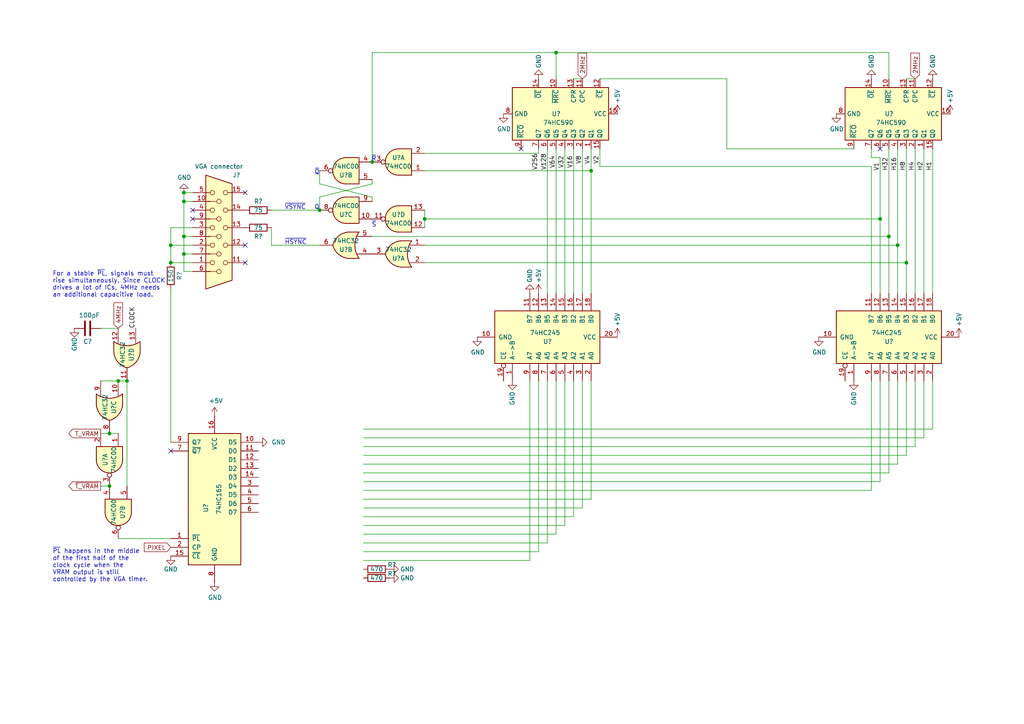
<source format=kicad_sch>
(kicad_sch (version 20211123) (generator eeschema)

  (uuid ca3cfebe-af49-4e6c-84fd-7c7b901fc441)

  (paper "A4")

  (title_block
    (date "2022-07-17")
    (rev "0.1")
    (comment 2 "creativecommons.org/licenses/by-nc-sa/3.0/deed.en")
    (comment 3 "License: CC BY-NC-SA 3.0")
    (comment 4 "Author: Carsten Herting (slu4)")
  )

  (lib_symbols
    (symbol "74xx:74HC00" (pin_names (offset 1.016)) (in_bom yes) (on_board yes)
      (property "Reference" "U" (id 0) (at 0 1.27 0)
        (effects (font (size 1.27 1.27)))
      )
      (property "Value" "74HC00" (id 1) (at 0 -1.27 0)
        (effects (font (size 1.27 1.27)))
      )
      (property "Footprint" "" (id 2) (at 0 0 0)
        (effects (font (size 1.27 1.27)) hide)
      )
      (property "Datasheet" "http://www.ti.com/lit/gpn/sn74hc00" (id 3) (at 0 0 0)
        (effects (font (size 1.27 1.27)) hide)
      )
      (property "ki_locked" "" (id 4) (at 0 0 0)
        (effects (font (size 1.27 1.27)))
      )
      (property "ki_keywords" "HCMOS nand 2-input" (id 5) (at 0 0 0)
        (effects (font (size 1.27 1.27)) hide)
      )
      (property "ki_description" "quad 2-input NAND gate" (id 6) (at 0 0 0)
        (effects (font (size 1.27 1.27)) hide)
      )
      (property "ki_fp_filters" "DIP*W7.62mm* SO14*" (id 7) (at 0 0 0)
        (effects (font (size 1.27 1.27)) hide)
      )
      (symbol "74HC00_1_1"
        (arc (start 0 -3.81) (mid 3.81 0) (end 0 3.81)
          (stroke (width 0.254) (type default) (color 0 0 0 0))
          (fill (type background))
        )
        (polyline
          (pts
            (xy 0 3.81)
            (xy -3.81 3.81)
            (xy -3.81 -3.81)
            (xy 0 -3.81)
          )
          (stroke (width 0.254) (type default) (color 0 0 0 0))
          (fill (type background))
        )
        (pin input line (at -7.62 2.54 0) (length 3.81)
          (name "~" (effects (font (size 1.27 1.27))))
          (number "1" (effects (font (size 1.27 1.27))))
        )
        (pin input line (at -7.62 -2.54 0) (length 3.81)
          (name "~" (effects (font (size 1.27 1.27))))
          (number "2" (effects (font (size 1.27 1.27))))
        )
        (pin output inverted (at 7.62 0 180) (length 3.81)
          (name "~" (effects (font (size 1.27 1.27))))
          (number "3" (effects (font (size 1.27 1.27))))
        )
      )
      (symbol "74HC00_1_2"
        (arc (start -3.81 -3.81) (mid -2.589 0) (end -3.81 3.81)
          (stroke (width 0.254) (type default) (color 0 0 0 0))
          (fill (type none))
        )
        (arc (start -0.6096 -3.81) (mid 2.1842 -2.5851) (end 3.81 0)
          (stroke (width 0.254) (type default) (color 0 0 0 0))
          (fill (type background))
        )
        (polyline
          (pts
            (xy -3.81 -3.81)
            (xy -0.635 -3.81)
          )
          (stroke (width 0.254) (type default) (color 0 0 0 0))
          (fill (type background))
        )
        (polyline
          (pts
            (xy -3.81 3.81)
            (xy -0.635 3.81)
          )
          (stroke (width 0.254) (type default) (color 0 0 0 0))
          (fill (type background))
        )
        (polyline
          (pts
            (xy -0.635 3.81)
            (xy -3.81 3.81)
            (xy -3.81 3.81)
            (xy -3.556 3.4036)
            (xy -3.0226 2.2606)
            (xy -2.6924 1.0414)
            (xy -2.6162 -0.254)
            (xy -2.7686 -1.4986)
            (xy -3.175 -2.7178)
            (xy -3.81 -3.81)
            (xy -3.81 -3.81)
            (xy -0.635 -3.81)
          )
          (stroke (width -25.4) (type default) (color 0 0 0 0))
          (fill (type background))
        )
        (arc (start 3.81 0) (mid 2.1915 2.5936) (end -0.6096 3.81)
          (stroke (width 0.254) (type default) (color 0 0 0 0))
          (fill (type background))
        )
        (pin input inverted (at -7.62 2.54 0) (length 4.318)
          (name "~" (effects (font (size 1.27 1.27))))
          (number "1" (effects (font (size 1.27 1.27))))
        )
        (pin input inverted (at -7.62 -2.54 0) (length 4.318)
          (name "~" (effects (font (size 1.27 1.27))))
          (number "2" (effects (font (size 1.27 1.27))))
        )
        (pin output line (at 7.62 0 180) (length 3.81)
          (name "~" (effects (font (size 1.27 1.27))))
          (number "3" (effects (font (size 1.27 1.27))))
        )
      )
      (symbol "74HC00_2_1"
        (arc (start 0 -3.81) (mid 3.81 0) (end 0 3.81)
          (stroke (width 0.254) (type default) (color 0 0 0 0))
          (fill (type background))
        )
        (polyline
          (pts
            (xy 0 3.81)
            (xy -3.81 3.81)
            (xy -3.81 -3.81)
            (xy 0 -3.81)
          )
          (stroke (width 0.254) (type default) (color 0 0 0 0))
          (fill (type background))
        )
        (pin input line (at -7.62 2.54 0) (length 3.81)
          (name "~" (effects (font (size 1.27 1.27))))
          (number "4" (effects (font (size 1.27 1.27))))
        )
        (pin input line (at -7.62 -2.54 0) (length 3.81)
          (name "~" (effects (font (size 1.27 1.27))))
          (number "5" (effects (font (size 1.27 1.27))))
        )
        (pin output inverted (at 7.62 0 180) (length 3.81)
          (name "~" (effects (font (size 1.27 1.27))))
          (number "6" (effects (font (size 1.27 1.27))))
        )
      )
      (symbol "74HC00_2_2"
        (arc (start -3.81 -3.81) (mid -2.589 0) (end -3.81 3.81)
          (stroke (width 0.254) (type default) (color 0 0 0 0))
          (fill (type none))
        )
        (arc (start -0.6096 -3.81) (mid 2.1842 -2.5851) (end 3.81 0)
          (stroke (width 0.254) (type default) (color 0 0 0 0))
          (fill (type background))
        )
        (polyline
          (pts
            (xy -3.81 -3.81)
            (xy -0.635 -3.81)
          )
          (stroke (width 0.254) (type default) (color 0 0 0 0))
          (fill (type background))
        )
        (polyline
          (pts
            (xy -3.81 3.81)
            (xy -0.635 3.81)
          )
          (stroke (width 0.254) (type default) (color 0 0 0 0))
          (fill (type background))
        )
        (polyline
          (pts
            (xy -0.635 3.81)
            (xy -3.81 3.81)
            (xy -3.81 3.81)
            (xy -3.556 3.4036)
            (xy -3.0226 2.2606)
            (xy -2.6924 1.0414)
            (xy -2.6162 -0.254)
            (xy -2.7686 -1.4986)
            (xy -3.175 -2.7178)
            (xy -3.81 -3.81)
            (xy -3.81 -3.81)
            (xy -0.635 -3.81)
          )
          (stroke (width -25.4) (type default) (color 0 0 0 0))
          (fill (type background))
        )
        (arc (start 3.81 0) (mid 2.1915 2.5936) (end -0.6096 3.81)
          (stroke (width 0.254) (type default) (color 0 0 0 0))
          (fill (type background))
        )
        (pin input inverted (at -7.62 2.54 0) (length 4.318)
          (name "~" (effects (font (size 1.27 1.27))))
          (number "4" (effects (font (size 1.27 1.27))))
        )
        (pin input inverted (at -7.62 -2.54 0) (length 4.318)
          (name "~" (effects (font (size 1.27 1.27))))
          (number "5" (effects (font (size 1.27 1.27))))
        )
        (pin output line (at 7.62 0 180) (length 3.81)
          (name "~" (effects (font (size 1.27 1.27))))
          (number "6" (effects (font (size 1.27 1.27))))
        )
      )
      (symbol "74HC00_3_1"
        (arc (start 0 -3.81) (mid 3.81 0) (end 0 3.81)
          (stroke (width 0.254) (type default) (color 0 0 0 0))
          (fill (type background))
        )
        (polyline
          (pts
            (xy 0 3.81)
            (xy -3.81 3.81)
            (xy -3.81 -3.81)
            (xy 0 -3.81)
          )
          (stroke (width 0.254) (type default) (color 0 0 0 0))
          (fill (type background))
        )
        (pin input line (at -7.62 -2.54 0) (length 3.81)
          (name "~" (effects (font (size 1.27 1.27))))
          (number "10" (effects (font (size 1.27 1.27))))
        )
        (pin output inverted (at 7.62 0 180) (length 3.81)
          (name "~" (effects (font (size 1.27 1.27))))
          (number "8" (effects (font (size 1.27 1.27))))
        )
        (pin input line (at -7.62 2.54 0) (length 3.81)
          (name "~" (effects (font (size 1.27 1.27))))
          (number "9" (effects (font (size 1.27 1.27))))
        )
      )
      (symbol "74HC00_3_2"
        (arc (start -3.81 -3.81) (mid -2.589 0) (end -3.81 3.81)
          (stroke (width 0.254) (type default) (color 0 0 0 0))
          (fill (type none))
        )
        (arc (start -0.6096 -3.81) (mid 2.1842 -2.5851) (end 3.81 0)
          (stroke (width 0.254) (type default) (color 0 0 0 0))
          (fill (type background))
        )
        (polyline
          (pts
            (xy -3.81 -3.81)
            (xy -0.635 -3.81)
          )
          (stroke (width 0.254) (type default) (color 0 0 0 0))
          (fill (type background))
        )
        (polyline
          (pts
            (xy -3.81 3.81)
            (xy -0.635 3.81)
          )
          (stroke (width 0.254) (type default) (color 0 0 0 0))
          (fill (type background))
        )
        (polyline
          (pts
            (xy -0.635 3.81)
            (xy -3.81 3.81)
            (xy -3.81 3.81)
            (xy -3.556 3.4036)
            (xy -3.0226 2.2606)
            (xy -2.6924 1.0414)
            (xy -2.6162 -0.254)
            (xy -2.7686 -1.4986)
            (xy -3.175 -2.7178)
            (xy -3.81 -3.81)
            (xy -3.81 -3.81)
            (xy -0.635 -3.81)
          )
          (stroke (width -25.4) (type default) (color 0 0 0 0))
          (fill (type background))
        )
        (arc (start 3.81 0) (mid 2.1915 2.5936) (end -0.6096 3.81)
          (stroke (width 0.254) (type default) (color 0 0 0 0))
          (fill (type background))
        )
        (pin input inverted (at -7.62 -2.54 0) (length 4.318)
          (name "~" (effects (font (size 1.27 1.27))))
          (number "10" (effects (font (size 1.27 1.27))))
        )
        (pin output line (at 7.62 0 180) (length 3.81)
          (name "~" (effects (font (size 1.27 1.27))))
          (number "8" (effects (font (size 1.27 1.27))))
        )
        (pin input inverted (at -7.62 2.54 0) (length 4.318)
          (name "~" (effects (font (size 1.27 1.27))))
          (number "9" (effects (font (size 1.27 1.27))))
        )
      )
      (symbol "74HC00_4_1"
        (arc (start 0 -3.81) (mid 3.81 0) (end 0 3.81)
          (stroke (width 0.254) (type default) (color 0 0 0 0))
          (fill (type background))
        )
        (polyline
          (pts
            (xy 0 3.81)
            (xy -3.81 3.81)
            (xy -3.81 -3.81)
            (xy 0 -3.81)
          )
          (stroke (width 0.254) (type default) (color 0 0 0 0))
          (fill (type background))
        )
        (pin output inverted (at 7.62 0 180) (length 3.81)
          (name "~" (effects (font (size 1.27 1.27))))
          (number "11" (effects (font (size 1.27 1.27))))
        )
        (pin input line (at -7.62 2.54 0) (length 3.81)
          (name "~" (effects (font (size 1.27 1.27))))
          (number "12" (effects (font (size 1.27 1.27))))
        )
        (pin input line (at -7.62 -2.54 0) (length 3.81)
          (name "~" (effects (font (size 1.27 1.27))))
          (number "13" (effects (font (size 1.27 1.27))))
        )
      )
      (symbol "74HC00_4_2"
        (arc (start -3.81 -3.81) (mid -2.589 0) (end -3.81 3.81)
          (stroke (width 0.254) (type default) (color 0 0 0 0))
          (fill (type none))
        )
        (arc (start -0.6096 -3.81) (mid 2.1842 -2.5851) (end 3.81 0)
          (stroke (width 0.254) (type default) (color 0 0 0 0))
          (fill (type background))
        )
        (polyline
          (pts
            (xy -3.81 -3.81)
            (xy -0.635 -3.81)
          )
          (stroke (width 0.254) (type default) (color 0 0 0 0))
          (fill (type background))
        )
        (polyline
          (pts
            (xy -3.81 3.81)
            (xy -0.635 3.81)
          )
          (stroke (width 0.254) (type default) (color 0 0 0 0))
          (fill (type background))
        )
        (polyline
          (pts
            (xy -0.635 3.81)
            (xy -3.81 3.81)
            (xy -3.81 3.81)
            (xy -3.556 3.4036)
            (xy -3.0226 2.2606)
            (xy -2.6924 1.0414)
            (xy -2.6162 -0.254)
            (xy -2.7686 -1.4986)
            (xy -3.175 -2.7178)
            (xy -3.81 -3.81)
            (xy -3.81 -3.81)
            (xy -0.635 -3.81)
          )
          (stroke (width -25.4) (type default) (color 0 0 0 0))
          (fill (type background))
        )
        (arc (start 3.81 0) (mid 2.1915 2.5936) (end -0.6096 3.81)
          (stroke (width 0.254) (type default) (color 0 0 0 0))
          (fill (type background))
        )
        (pin output line (at 7.62 0 180) (length 3.81)
          (name "~" (effects (font (size 1.27 1.27))))
          (number "11" (effects (font (size 1.27 1.27))))
        )
        (pin input inverted (at -7.62 2.54 0) (length 4.318)
          (name "~" (effects (font (size 1.27 1.27))))
          (number "12" (effects (font (size 1.27 1.27))))
        )
        (pin input inverted (at -7.62 -2.54 0) (length 4.318)
          (name "~" (effects (font (size 1.27 1.27))))
          (number "13" (effects (font (size 1.27 1.27))))
        )
      )
      (symbol "74HC00_5_0"
        (pin power_in line (at 0 12.7 270) (length 5.08)
          (name "VCC" (effects (font (size 1.27 1.27))))
          (number "14" (effects (font (size 1.27 1.27))))
        )
        (pin power_in line (at 0 -12.7 90) (length 5.08)
          (name "GND" (effects (font (size 1.27 1.27))))
          (number "7" (effects (font (size 1.27 1.27))))
        )
      )
      (symbol "74HC00_5_1"
        (rectangle (start -5.08 7.62) (end 5.08 -7.62)
          (stroke (width 0.254) (type default) (color 0 0 0 0))
          (fill (type background))
        )
      )
    )
    (symbol "74xx:74HC590" (in_bom yes) (on_board yes)
      (property "Reference" "U" (id 0) (at -7.62 16.51 0)
        (effects (font (size 1.27 1.27)))
      )
      (property "Value" "74HC590" (id 1) (at -7.62 -13.97 0)
        (effects (font (size 1.27 1.27)))
      )
      (property "Footprint" "" (id 2) (at 0 1.27 0)
        (effects (font (size 1.27 1.27)) hide)
      )
      (property "Datasheet" "https://assets.nexperia.com/documents/data-sheet/74HC590.pdf" (id 3) (at 0 1.27 0)
        (effects (font (size 1.27 1.27)) hide)
      )
      (property "ki_keywords" "HCMOS Counter 3State" (id 4) (at 0 0 0)
        (effects (font (size 1.27 1.27)) hide)
      )
      (property "ki_description" "8-bit Binary Counter with Output Register 3-State Outputs, SOIC-16/TSSOP-16" (id 5) (at 0 0 0)
        (effects (font (size 1.27 1.27)) hide)
      )
      (property "ki_fp_filters" "DIP*W7.62mm* SOIC*3.9x9.9mm*P1.27mm* TSSOP*4.4x5mm*P0.65mm* SOIC*5.3x10.2mm*P1.27mm* SOIC*7.5x10.3mm*P1.27mm*" (id 6) (at 0 0 0)
        (effects (font (size 1.27 1.27)) hide)
      )
      (symbol "74HC590_1_0"
        (pin tri_state line (at 10.16 10.16 180) (length 2.54)
          (name "Q1" (effects (font (size 1.27 1.27))))
          (number "1" (effects (font (size 1.27 1.27))))
        )
        (pin input line (at -10.16 0 0) (length 2.54)
          (name "~{MRC}" (effects (font (size 1.27 1.27))))
          (number "10" (effects (font (size 1.27 1.27))))
        )
        (pin input line (at -10.16 7.62 0) (length 2.54)
          (name "CPC" (effects (font (size 1.27 1.27))))
          (number "11" (effects (font (size 1.27 1.27))))
        )
        (pin input line (at -10.16 12.7 0) (length 2.54)
          (name "~{CE}" (effects (font (size 1.27 1.27))))
          (number "12" (effects (font (size 1.27 1.27))))
        )
        (pin input line (at -10.16 5.08 0) (length 2.54)
          (name "CPR" (effects (font (size 1.27 1.27))))
          (number "13" (effects (font (size 1.27 1.27))))
        )
        (pin input line (at -10.16 -5.08 0) (length 2.54)
          (name "~{OE}" (effects (font (size 1.27 1.27))))
          (number "14" (effects (font (size 1.27 1.27))))
        )
        (pin tri_state line (at 10.16 12.7 180) (length 2.54)
          (name "Q0" (effects (font (size 1.27 1.27))))
          (number "15" (effects (font (size 1.27 1.27))))
        )
        (pin power_in line (at 0 17.78 270) (length 2.54)
          (name "VCC" (effects (font (size 1.27 1.27))))
          (number "16" (effects (font (size 1.27 1.27))))
        )
        (pin tri_state line (at 10.16 7.62 180) (length 2.54)
          (name "Q2" (effects (font (size 1.27 1.27))))
          (number "2" (effects (font (size 1.27 1.27))))
        )
        (pin tri_state line (at 10.16 5.08 180) (length 2.54)
          (name "Q3" (effects (font (size 1.27 1.27))))
          (number "3" (effects (font (size 1.27 1.27))))
        )
        (pin tri_state line (at 10.16 2.54 180) (length 2.54)
          (name "Q4" (effects (font (size 1.27 1.27))))
          (number "4" (effects (font (size 1.27 1.27))))
        )
        (pin tri_state line (at 10.16 0 180) (length 2.54)
          (name "Q5" (effects (font (size 1.27 1.27))))
          (number "5" (effects (font (size 1.27 1.27))))
        )
        (pin tri_state line (at 10.16 -2.54 180) (length 2.54)
          (name "Q6" (effects (font (size 1.27 1.27))))
          (number "6" (effects (font (size 1.27 1.27))))
        )
        (pin tri_state line (at 10.16 -5.08 180) (length 2.54)
          (name "Q7" (effects (font (size 1.27 1.27))))
          (number "7" (effects (font (size 1.27 1.27))))
        )
        (pin power_in line (at 0 -15.24 90) (length 2.54)
          (name "GND" (effects (font (size 1.27 1.27))))
          (number "8" (effects (font (size 1.27 1.27))))
        )
        (pin output line (at 10.16 -10.16 180) (length 2.54)
          (name "~{RCO}" (effects (font (size 1.27 1.27))))
          (number "9" (effects (font (size 1.27 1.27))))
        )
      )
      (symbol "74HC590_1_1"
        (rectangle (start -7.62 15.24) (end 7.62 -12.7)
          (stroke (width 0.254) (type default) (color 0 0 0 0))
          (fill (type background))
        )
      )
    )
    (symbol "Connector:DB15_Female_HighDensity" (pin_names (offset 1.016) hide) (in_bom yes) (on_board yes)
      (property "Reference" "J" (id 0) (at 0 21.59 0)
        (effects (font (size 1.27 1.27)))
      )
      (property "Value" "DB15_Female_HighDensity" (id 1) (at 0 19.05 0)
        (effects (font (size 1.27 1.27)))
      )
      (property "Footprint" "" (id 2) (at -24.13 10.16 0)
        (effects (font (size 1.27 1.27)) hide)
      )
      (property "Datasheet" " ~" (id 3) (at -24.13 10.16 0)
        (effects (font (size 1.27 1.27)) hide)
      )
      (property "ki_keywords" "connector db15 VGA female D-SUB" (id 4) (at 0 0 0)
        (effects (font (size 1.27 1.27)) hide)
      )
      (property "ki_description" "15-pin female D-SUB connector, High density (3 columns), Triple Row, Generic, VGA-connector" (id 5) (at 0 0 0)
        (effects (font (size 1.27 1.27)) hide)
      )
      (property "ki_fp_filters" "DSUB*Female*" (id 6) (at 0 0 0)
        (effects (font (size 1.27 1.27)) hide)
      )
      (symbol "DB15_Female_HighDensity_0_1"
        (circle (center -1.905 -10.16) (radius 0.635)
          (stroke (width 0) (type default) (color 0 0 0 0))
          (fill (type none))
        )
        (circle (center -1.905 -5.08) (radius 0.635)
          (stroke (width 0) (type default) (color 0 0 0 0))
          (fill (type none))
        )
        (circle (center -1.905 0) (radius 0.635)
          (stroke (width 0) (type default) (color 0 0 0 0))
          (fill (type none))
        )
        (circle (center -1.905 5.08) (radius 0.635)
          (stroke (width 0) (type default) (color 0 0 0 0))
          (fill (type none))
        )
        (circle (center -1.905 10.16) (radius 0.635)
          (stroke (width 0) (type default) (color 0 0 0 0))
          (fill (type none))
        )
        (circle (center 0 -7.62) (radius 0.635)
          (stroke (width 0) (type default) (color 0 0 0 0))
          (fill (type none))
        )
        (circle (center 0 -2.54) (radius 0.635)
          (stroke (width 0) (type default) (color 0 0 0 0))
          (fill (type none))
        )
        (polyline
          (pts
            (xy -3.175 7.62)
            (xy -0.635 7.62)
          )
          (stroke (width 0) (type default) (color 0 0 0 0))
          (fill (type none))
        )
        (polyline
          (pts
            (xy -0.635 -7.62)
            (xy -3.175 -7.62)
          )
          (stroke (width 0) (type default) (color 0 0 0 0))
          (fill (type none))
        )
        (polyline
          (pts
            (xy -0.635 -2.54)
            (xy -3.175 -2.54)
          )
          (stroke (width 0) (type default) (color 0 0 0 0))
          (fill (type none))
        )
        (polyline
          (pts
            (xy -0.635 2.54)
            (xy -3.175 2.54)
          )
          (stroke (width 0) (type default) (color 0 0 0 0))
          (fill (type none))
        )
        (polyline
          (pts
            (xy -0.635 12.7)
            (xy -3.175 12.7)
          )
          (stroke (width 0) (type default) (color 0 0 0 0))
          (fill (type none))
        )
        (polyline
          (pts
            (xy -3.81 17.78)
            (xy -3.81 -15.24)
            (xy 3.81 -12.7)
            (xy 3.81 15.24)
            (xy -3.81 17.78)
          )
          (stroke (width 0.254) (type default) (color 0 0 0 0))
          (fill (type background))
        )
        (circle (center 0 2.54) (radius 0.635)
          (stroke (width 0) (type default) (color 0 0 0 0))
          (fill (type none))
        )
        (circle (center 0 7.62) (radius 0.635)
          (stroke (width 0) (type default) (color 0 0 0 0))
          (fill (type none))
        )
        (circle (center 0 12.7) (radius 0.635)
          (stroke (width 0) (type default) (color 0 0 0 0))
          (fill (type none))
        )
        (circle (center 1.905 -10.16) (radius 0.635)
          (stroke (width 0) (type default) (color 0 0 0 0))
          (fill (type none))
        )
        (circle (center 1.905 -5.08) (radius 0.635)
          (stroke (width 0) (type default) (color 0 0 0 0))
          (fill (type none))
        )
        (circle (center 1.905 0) (radius 0.635)
          (stroke (width 0) (type default) (color 0 0 0 0))
          (fill (type none))
        )
        (circle (center 1.905 5.08) (radius 0.635)
          (stroke (width 0) (type default) (color 0 0 0 0))
          (fill (type none))
        )
        (circle (center 1.905 10.16) (radius 0.635)
          (stroke (width 0) (type default) (color 0 0 0 0))
          (fill (type none))
        )
      )
      (symbol "DB15_Female_HighDensity_1_1"
        (pin passive line (at -7.62 10.16 0) (length 5.08)
          (name "~" (effects (font (size 1.27 1.27))))
          (number "1" (effects (font (size 1.27 1.27))))
        )
        (pin passive line (at -7.62 -7.62 0) (length 5.08)
          (name "~" (effects (font (size 1.27 1.27))))
          (number "10" (effects (font (size 1.27 1.27))))
        )
        (pin passive line (at 7.62 10.16 180) (length 5.08)
          (name "~" (effects (font (size 1.27 1.27))))
          (number "11" (effects (font (size 1.27 1.27))))
        )
        (pin passive line (at 7.62 5.08 180) (length 5.08)
          (name "~" (effects (font (size 1.27 1.27))))
          (number "12" (effects (font (size 1.27 1.27))))
        )
        (pin passive line (at 7.62 0 180) (length 5.08)
          (name "~" (effects (font (size 1.27 1.27))))
          (number "13" (effects (font (size 1.27 1.27))))
        )
        (pin passive line (at 7.62 -5.08 180) (length 5.08)
          (name "~" (effects (font (size 1.27 1.27))))
          (number "14" (effects (font (size 1.27 1.27))))
        )
        (pin passive line (at 7.62 -10.16 180) (length 5.08)
          (name "~" (effects (font (size 1.27 1.27))))
          (number "15" (effects (font (size 1.27 1.27))))
        )
        (pin passive line (at -7.62 5.08 0) (length 5.08)
          (name "~" (effects (font (size 1.27 1.27))))
          (number "2" (effects (font (size 1.27 1.27))))
        )
        (pin passive line (at -7.62 0 0) (length 5.08)
          (name "~" (effects (font (size 1.27 1.27))))
          (number "3" (effects (font (size 1.27 1.27))))
        )
        (pin passive line (at -7.62 -5.08 0) (length 5.08)
          (name "~" (effects (font (size 1.27 1.27))))
          (number "4" (effects (font (size 1.27 1.27))))
        )
        (pin passive line (at -7.62 -10.16 0) (length 5.08)
          (name "~" (effects (font (size 1.27 1.27))))
          (number "5" (effects (font (size 1.27 1.27))))
        )
        (pin passive line (at -7.62 12.7 0) (length 5.08)
          (name "~" (effects (font (size 1.27 1.27))))
          (number "6" (effects (font (size 1.27 1.27))))
        )
        (pin passive line (at -7.62 7.62 0) (length 5.08)
          (name "~" (effects (font (size 1.27 1.27))))
          (number "7" (effects (font (size 1.27 1.27))))
        )
        (pin passive line (at -7.62 2.54 0) (length 5.08)
          (name "~" (effects (font (size 1.27 1.27))))
          (number "8" (effects (font (size 1.27 1.27))))
        )
        (pin passive line (at -7.62 -2.54 0) (length 5.08)
          (name "~" (effects (font (size 1.27 1.27))))
          (number "9" (effects (font (size 1.27 1.27))))
        )
      )
    )
    (symbol "Device:C" (pin_numbers hide) (pin_names (offset 0.254)) (in_bom yes) (on_board yes)
      (property "Reference" "C" (id 0) (at 0.635 2.54 0)
        (effects (font (size 1.27 1.27)) (justify left))
      )
      (property "Value" "C" (id 1) (at 0.635 -2.54 0)
        (effects (font (size 1.27 1.27)) (justify left))
      )
      (property "Footprint" "" (id 2) (at 0.9652 -3.81 0)
        (effects (font (size 1.27 1.27)) hide)
      )
      (property "Datasheet" "~" (id 3) (at 0 0 0)
        (effects (font (size 1.27 1.27)) hide)
      )
      (property "ki_keywords" "cap capacitor" (id 4) (at 0 0 0)
        (effects (font (size 1.27 1.27)) hide)
      )
      (property "ki_description" "Unpolarized capacitor" (id 5) (at 0 0 0)
        (effects (font (size 1.27 1.27)) hide)
      )
      (property "ki_fp_filters" "C_*" (id 6) (at 0 0 0)
        (effects (font (size 1.27 1.27)) hide)
      )
      (symbol "C_0_1"
        (polyline
          (pts
            (xy -2.032 -0.762)
            (xy 2.032 -0.762)
          )
          (stroke (width 0.508) (type default) (color 0 0 0 0))
          (fill (type none))
        )
        (polyline
          (pts
            (xy -2.032 0.762)
            (xy 2.032 0.762)
          )
          (stroke (width 0.508) (type default) (color 0 0 0 0))
          (fill (type none))
        )
      )
      (symbol "C_1_1"
        (pin passive line (at 0 3.81 270) (length 2.794)
          (name "~" (effects (font (size 1.27 1.27))))
          (number "1" (effects (font (size 1.27 1.27))))
        )
        (pin passive line (at 0 -3.81 90) (length 2.794)
          (name "~" (effects (font (size 1.27 1.27))))
          (number "2" (effects (font (size 1.27 1.27))))
        )
      )
    )
    (symbol "Device:R" (pin_numbers hide) (pin_names (offset 0)) (in_bom yes) (on_board yes)
      (property "Reference" "R" (id 0) (at 2.032 0 90)
        (effects (font (size 1.27 1.27)))
      )
      (property "Value" "R" (id 1) (at 0 0 90)
        (effects (font (size 1.27 1.27)))
      )
      (property "Footprint" "" (id 2) (at -1.778 0 90)
        (effects (font (size 1.27 1.27)) hide)
      )
      (property "Datasheet" "~" (id 3) (at 0 0 0)
        (effects (font (size 1.27 1.27)) hide)
      )
      (property "ki_keywords" "R res resistor" (id 4) (at 0 0 0)
        (effects (font (size 1.27 1.27)) hide)
      )
      (property "ki_description" "Resistor" (id 5) (at 0 0 0)
        (effects (font (size 1.27 1.27)) hide)
      )
      (property "ki_fp_filters" "R_*" (id 6) (at 0 0 0)
        (effects (font (size 1.27 1.27)) hide)
      )
      (symbol "R_0_1"
        (rectangle (start -1.016 -2.54) (end 1.016 2.54)
          (stroke (width 0.254) (type default) (color 0 0 0 0))
          (fill (type none))
        )
      )
      (symbol "R_1_1"
        (pin passive line (at 0 3.81 270) (length 1.27)
          (name "~" (effects (font (size 1.27 1.27))))
          (number "1" (effects (font (size 1.27 1.27))))
        )
        (pin passive line (at 0 -3.81 90) (length 1.27)
          (name "~" (effects (font (size 1.27 1.27))))
          (number "2" (effects (font (size 1.27 1.27))))
        )
      )
    )
    (symbol "VideoRAM-rescue:74HC245-8-Bit_CPU_32k" (pin_names (offset 1.016)) (in_bom yes) (on_board yes)
      (property "Reference" "U" (id 0) (at 0 -6.35 90)
        (effects (font (size 1.27 1.27)))
      )
      (property "Value" "74HC245-8-Bit_CPU_32k" (id 1) (at 0 2.54 90)
        (effects (font (size 1.27 1.27)))
      )
      (property "Footprint" "" (id 2) (at 0 0 0)
        (effects (font (size 1.27 1.27)) hide)
      )
      (property "Datasheet" "" (id 3) (at 0 0 0)
        (effects (font (size 1.27 1.27)) hide)
      )
      (property "ki_locked" "" (id 4) (at 0 0 0)
        (effects (font (size 1.27 1.27)))
      )
      (property "ki_fp_filters" "DIP?20*" (id 5) (at 0 0 0)
        (effects (font (size 1.27 1.27)) hide)
      )
      (symbol "74HC245-8-Bit_CPU_32k_1_0"
        (pin input line (at -12.7 -10.16 0) (length 5.08)
          (name "A->B" (effects (font (size 1.27 1.27))))
          (number "1" (effects (font (size 1.27 1.27))))
        )
        (pin power_in line (at 0 -20.32 90) (length 5.08)
          (name "GND" (effects (font (size 1.27 1.27))))
          (number "10" (effects (font (size 1.27 1.27))))
        )
        (pin tri_state line (at 12.7 -5.08 180) (length 5.08)
          (name "B7" (effects (font (size 1.27 1.27))))
          (number "11" (effects (font (size 1.27 1.27))))
        )
        (pin tri_state line (at 12.7 -2.54 180) (length 5.08)
          (name "B6" (effects (font (size 1.27 1.27))))
          (number "12" (effects (font (size 1.27 1.27))))
        )
        (pin tri_state line (at 12.7 0 180) (length 5.08)
          (name "B5" (effects (font (size 1.27 1.27))))
          (number "13" (effects (font (size 1.27 1.27))))
        )
        (pin tri_state line (at 12.7 2.54 180) (length 5.08)
          (name "B4" (effects (font (size 1.27 1.27))))
          (number "14" (effects (font (size 1.27 1.27))))
        )
        (pin tri_state line (at 12.7 5.08 180) (length 5.08)
          (name "B3" (effects (font (size 1.27 1.27))))
          (number "15" (effects (font (size 1.27 1.27))))
        )
        (pin tri_state line (at 12.7 7.62 180) (length 5.08)
          (name "B2" (effects (font (size 1.27 1.27))))
          (number "16" (effects (font (size 1.27 1.27))))
        )
        (pin tri_state line (at 12.7 10.16 180) (length 5.08)
          (name "B1" (effects (font (size 1.27 1.27))))
          (number "17" (effects (font (size 1.27 1.27))))
        )
        (pin tri_state line (at 12.7 12.7 180) (length 5.08)
          (name "B0" (effects (font (size 1.27 1.27))))
          (number "18" (effects (font (size 1.27 1.27))))
        )
        (pin input inverted (at -12.7 -12.7 0) (length 5.08)
          (name "CE" (effects (font (size 1.27 1.27))))
          (number "19" (effects (font (size 1.27 1.27))))
        )
        (pin tri_state line (at -12.7 12.7 0) (length 5.08)
          (name "A0" (effects (font (size 1.27 1.27))))
          (number "2" (effects (font (size 1.27 1.27))))
        )
        (pin power_in line (at 0 20.32 270) (length 5.08)
          (name "VCC" (effects (font (size 1.27 1.27))))
          (number "20" (effects (font (size 1.27 1.27))))
        )
        (pin tri_state line (at -12.7 10.16 0) (length 5.08)
          (name "A1" (effects (font (size 1.27 1.27))))
          (number "3" (effects (font (size 1.27 1.27))))
        )
        (pin tri_state line (at -12.7 7.62 0) (length 5.08)
          (name "A2" (effects (font (size 1.27 1.27))))
          (number "4" (effects (font (size 1.27 1.27))))
        )
        (pin tri_state line (at -12.7 5.08 0) (length 5.08)
          (name "A3" (effects (font (size 1.27 1.27))))
          (number "5" (effects (font (size 1.27 1.27))))
        )
        (pin tri_state line (at -12.7 2.54 0) (length 5.08)
          (name "A4" (effects (font (size 1.27 1.27))))
          (number "6" (effects (font (size 1.27 1.27))))
        )
        (pin tri_state line (at -12.7 0 0) (length 5.08)
          (name "A5" (effects (font (size 1.27 1.27))))
          (number "7" (effects (font (size 1.27 1.27))))
        )
        (pin tri_state line (at -12.7 -2.54 0) (length 5.08)
          (name "A6" (effects (font (size 1.27 1.27))))
          (number "8" (effects (font (size 1.27 1.27))))
        )
        (pin tri_state line (at -12.7 -5.08 0) (length 5.08)
          (name "A7" (effects (font (size 1.27 1.27))))
          (number "9" (effects (font (size 1.27 1.27))))
        )
      )
      (symbol "74HC245-8-Bit_CPU_32k_1_1"
        (rectangle (start -7.62 15.24) (end 7.62 -15.24)
          (stroke (width 0.254) (type default) (color 0 0 0 0))
          (fill (type background))
        )
      )
    )
    (symbol "VideoRAM-rescue:74HC32-8-Bit_CPU_32k" (pin_names (offset 1.016)) (in_bom yes) (on_board yes)
      (property "Reference" "U" (id 0) (at 0 1.27 0)
        (effects (font (size 1.27 1.27)))
      )
      (property "Value" "74HC32-8-Bit_CPU_32k" (id 1) (at 0 -1.27 0)
        (effects (font (size 1.27 1.27)))
      )
      (property "Footprint" "" (id 2) (at 0 0 0)
        (effects (font (size 1.27 1.27)) hide)
      )
      (property "Datasheet" "" (id 3) (at 0 0 0)
        (effects (font (size 1.27 1.27)) hide)
      )
      (property "ki_locked" "" (id 4) (at 0 0 0)
        (effects (font (size 1.27 1.27)))
      )
      (property "ki_fp_filters" "DIP?14*" (id 5) (at 0 0 0)
        (effects (font (size 1.27 1.27)) hide)
      )
      (symbol "74HC32-8-Bit_CPU_32k_1_1"
        (arc (start -3.81 -3.81) (mid -2.589 0) (end -3.81 3.81)
          (stroke (width 0.254) (type default) (color 0 0 0 0))
          (fill (type none))
        )
        (arc (start -0.6096 -3.81) (mid 2.1842 -2.5851) (end 3.81 0)
          (stroke (width 0.254) (type default) (color 0 0 0 0))
          (fill (type background))
        )
        (polyline
          (pts
            (xy -3.81 -3.81)
            (xy -0.635 -3.81)
          )
          (stroke (width 0.254) (type default) (color 0 0 0 0))
          (fill (type background))
        )
        (polyline
          (pts
            (xy -3.81 3.81)
            (xy -0.635 3.81)
          )
          (stroke (width 0.254) (type default) (color 0 0 0 0))
          (fill (type background))
        )
        (polyline
          (pts
            (xy -0.635 3.81)
            (xy -3.81 3.81)
            (xy -3.81 3.81)
            (xy -3.556 3.4036)
            (xy -3.0226 2.2606)
            (xy -2.6924 1.0414)
            (xy -2.6162 -0.254)
            (xy -2.7686 -1.4986)
            (xy -3.175 -2.7178)
            (xy -3.81 -3.81)
            (xy -3.81 -3.81)
            (xy -0.635 -3.81)
          )
          (stroke (width -25.4) (type default) (color 0 0 0 0))
          (fill (type background))
        )
        (arc (start 3.81 0) (mid 2.1915 2.5936) (end -0.6096 3.81)
          (stroke (width 0.254) (type default) (color 0 0 0 0))
          (fill (type background))
        )
        (pin input line (at -7.62 2.54 0) (length 4.318)
          (name "~" (effects (font (size 1.27 1.27))))
          (number "1" (effects (font (size 1.27 1.27))))
        )
        (pin input line (at -7.62 -2.54 0) (length 4.318)
          (name "~" (effects (font (size 1.27 1.27))))
          (number "2" (effects (font (size 1.27 1.27))))
        )
        (pin output line (at 7.62 0 180) (length 3.81)
          (name "~" (effects (font (size 1.27 1.27))))
          (number "3" (effects (font (size 1.27 1.27))))
        )
      )
      (symbol "74HC32-8-Bit_CPU_32k_1_2"
        (arc (start 0 -3.81) (mid 3.81 0) (end 0 3.81)
          (stroke (width 0.254) (type default) (color 0 0 0 0))
          (fill (type background))
        )
        (polyline
          (pts
            (xy 0 3.81)
            (xy -3.81 3.81)
            (xy -3.81 -3.81)
            (xy 0 -3.81)
          )
          (stroke (width 0.254) (type default) (color 0 0 0 0))
          (fill (type background))
        )
        (pin input inverted (at -7.62 2.54 0) (length 3.81)
          (name "~" (effects (font (size 1.27 1.27))))
          (number "1" (effects (font (size 1.27 1.27))))
        )
        (pin input inverted (at -7.62 -2.54 0) (length 3.81)
          (name "~" (effects (font (size 1.27 1.27))))
          (number "2" (effects (font (size 1.27 1.27))))
        )
        (pin output inverted (at 7.62 0 180) (length 3.81)
          (name "~" (effects (font (size 1.27 1.27))))
          (number "3" (effects (font (size 1.27 1.27))))
        )
      )
      (symbol "74HC32-8-Bit_CPU_32k_2_1"
        (arc (start -3.81 -3.81) (mid -2.589 0) (end -3.81 3.81)
          (stroke (width 0.254) (type default) (color 0 0 0 0))
          (fill (type none))
        )
        (arc (start -0.6096 -3.81) (mid 2.1842 -2.5851) (end 3.81 0)
          (stroke (width 0.254) (type default) (color 0 0 0 0))
          (fill (type background))
        )
        (polyline
          (pts
            (xy -3.81 -3.81)
            (xy -0.635 -3.81)
          )
          (stroke (width 0.254) (type default) (color 0 0 0 0))
          (fill (type background))
        )
        (polyline
          (pts
            (xy -3.81 3.81)
            (xy -0.635 3.81)
          )
          (stroke (width 0.254) (type default) (color 0 0 0 0))
          (fill (type background))
        )
        (polyline
          (pts
            (xy -0.635 3.81)
            (xy -3.81 3.81)
            (xy -3.81 3.81)
            (xy -3.556 3.4036)
            (xy -3.0226 2.2606)
            (xy -2.6924 1.0414)
            (xy -2.6162 -0.254)
            (xy -2.7686 -1.4986)
            (xy -3.175 -2.7178)
            (xy -3.81 -3.81)
            (xy -3.81 -3.81)
            (xy -0.635 -3.81)
          )
          (stroke (width -25.4) (type default) (color 0 0 0 0))
          (fill (type background))
        )
        (arc (start 3.81 0) (mid 2.1915 2.5936) (end -0.6096 3.81)
          (stroke (width 0.254) (type default) (color 0 0 0 0))
          (fill (type background))
        )
        (pin input line (at -7.62 2.54 0) (length 4.318)
          (name "~" (effects (font (size 1.27 1.27))))
          (number "4" (effects (font (size 1.27 1.27))))
        )
        (pin input line (at -7.62 -2.54 0) (length 4.318)
          (name "~" (effects (font (size 1.27 1.27))))
          (number "5" (effects (font (size 1.27 1.27))))
        )
        (pin output line (at 7.62 0 180) (length 3.81)
          (name "~" (effects (font (size 1.27 1.27))))
          (number "6" (effects (font (size 1.27 1.27))))
        )
      )
      (symbol "74HC32-8-Bit_CPU_32k_2_2"
        (arc (start 0 -3.81) (mid 3.81 0) (end 0 3.81)
          (stroke (width 0.254) (type default) (color 0 0 0 0))
          (fill (type background))
        )
        (polyline
          (pts
            (xy 0 3.81)
            (xy -3.81 3.81)
            (xy -3.81 -3.81)
            (xy 0 -3.81)
          )
          (stroke (width 0.254) (type default) (color 0 0 0 0))
          (fill (type background))
        )
        (pin input inverted (at -7.62 2.54 0) (length 3.81)
          (name "~" (effects (font (size 1.27 1.27))))
          (number "4" (effects (font (size 1.27 1.27))))
        )
        (pin input inverted (at -7.62 -2.54 0) (length 3.81)
          (name "~" (effects (font (size 1.27 1.27))))
          (number "5" (effects (font (size 1.27 1.27))))
        )
        (pin output inverted (at 7.62 0 180) (length 3.81)
          (name "~" (effects (font (size 1.27 1.27))))
          (number "6" (effects (font (size 1.27 1.27))))
        )
      )
      (symbol "74HC32-8-Bit_CPU_32k_3_1"
        (arc (start -3.81 -3.81) (mid -2.589 0) (end -3.81 3.81)
          (stroke (width 0.254) (type default) (color 0 0 0 0))
          (fill (type none))
        )
        (arc (start -0.6096 -3.81) (mid 2.1842 -2.5851) (end 3.81 0)
          (stroke (width 0.254) (type default) (color 0 0 0 0))
          (fill (type background))
        )
        (polyline
          (pts
            (xy -3.81 -3.81)
            (xy -0.635 -3.81)
          )
          (stroke (width 0.254) (type default) (color 0 0 0 0))
          (fill (type background))
        )
        (polyline
          (pts
            (xy -3.81 3.81)
            (xy -0.635 3.81)
          )
          (stroke (width 0.254) (type default) (color 0 0 0 0))
          (fill (type background))
        )
        (polyline
          (pts
            (xy -0.635 3.81)
            (xy -3.81 3.81)
            (xy -3.81 3.81)
            (xy -3.556 3.4036)
            (xy -3.0226 2.2606)
            (xy -2.6924 1.0414)
            (xy -2.6162 -0.254)
            (xy -2.7686 -1.4986)
            (xy -3.175 -2.7178)
            (xy -3.81 -3.81)
            (xy -3.81 -3.81)
            (xy -0.635 -3.81)
          )
          (stroke (width -25.4) (type default) (color 0 0 0 0))
          (fill (type background))
        )
        (arc (start 3.81 0) (mid 2.1915 2.5936) (end -0.6096 3.81)
          (stroke (width 0.254) (type default) (color 0 0 0 0))
          (fill (type background))
        )
        (pin input line (at -7.62 -2.54 0) (length 4.318)
          (name "~" (effects (font (size 1.27 1.27))))
          (number "10" (effects (font (size 1.27 1.27))))
        )
        (pin output line (at 7.62 0 180) (length 3.81)
          (name "~" (effects (font (size 1.27 1.27))))
          (number "8" (effects (font (size 1.27 1.27))))
        )
        (pin input line (at -7.62 2.54 0) (length 4.318)
          (name "~" (effects (font (size 1.27 1.27))))
          (number "9" (effects (font (size 1.27 1.27))))
        )
      )
      (symbol "74HC32-8-Bit_CPU_32k_3_2"
        (arc (start 0 -3.81) (mid 3.81 0) (end 0 3.81)
          (stroke (width 0.254) (type default) (color 0 0 0 0))
          (fill (type background))
        )
        (polyline
          (pts
            (xy 0 3.81)
            (xy -3.81 3.81)
            (xy -3.81 -3.81)
            (xy 0 -3.81)
          )
          (stroke (width 0.254) (type default) (color 0 0 0 0))
          (fill (type background))
        )
        (pin input inverted (at -7.62 -2.54 0) (length 3.81)
          (name "~" (effects (font (size 1.27 1.27))))
          (number "10" (effects (font (size 1.27 1.27))))
        )
        (pin output inverted (at 7.62 0 180) (length 3.81)
          (name "~" (effects (font (size 1.27 1.27))))
          (number "8" (effects (font (size 1.27 1.27))))
        )
        (pin input inverted (at -7.62 2.54 0) (length 3.81)
          (name "~" (effects (font (size 1.27 1.27))))
          (number "9" (effects (font (size 1.27 1.27))))
        )
      )
      (symbol "74HC32-8-Bit_CPU_32k_4_1"
        (arc (start -3.81 -3.81) (mid -2.589 0) (end -3.81 3.81)
          (stroke (width 0.254) (type default) (color 0 0 0 0))
          (fill (type none))
        )
        (arc (start -0.6096 -3.81) (mid 2.1842 -2.5851) (end 3.81 0)
          (stroke (width 0.254) (type default) (color 0 0 0 0))
          (fill (type background))
        )
        (polyline
          (pts
            (xy -3.81 -3.81)
            (xy -0.635 -3.81)
          )
          (stroke (width 0.254) (type default) (color 0 0 0 0))
          (fill (type background))
        )
        (polyline
          (pts
            (xy -3.81 3.81)
            (xy -0.635 3.81)
          )
          (stroke (width 0.254) (type default) (color 0 0 0 0))
          (fill (type background))
        )
        (polyline
          (pts
            (xy -0.635 3.81)
            (xy -3.81 3.81)
            (xy -3.81 3.81)
            (xy -3.556 3.4036)
            (xy -3.0226 2.2606)
            (xy -2.6924 1.0414)
            (xy -2.6162 -0.254)
            (xy -2.7686 -1.4986)
            (xy -3.175 -2.7178)
            (xy -3.81 -3.81)
            (xy -3.81 -3.81)
            (xy -0.635 -3.81)
          )
          (stroke (width -25.4) (type default) (color 0 0 0 0))
          (fill (type background))
        )
        (arc (start 3.81 0) (mid 2.1915 2.5936) (end -0.6096 3.81)
          (stroke (width 0.254) (type default) (color 0 0 0 0))
          (fill (type background))
        )
        (pin output line (at 7.62 0 180) (length 3.81)
          (name "~" (effects (font (size 1.27 1.27))))
          (number "11" (effects (font (size 1.27 1.27))))
        )
        (pin input line (at -7.62 2.54 0) (length 4.318)
          (name "~" (effects (font (size 1.27 1.27))))
          (number "12" (effects (font (size 1.27 1.27))))
        )
        (pin input line (at -7.62 -2.54 0) (length 4.318)
          (name "~" (effects (font (size 1.27 1.27))))
          (number "13" (effects (font (size 1.27 1.27))))
        )
      )
      (symbol "74HC32-8-Bit_CPU_32k_4_2"
        (arc (start 0 -3.81) (mid 3.81 0) (end 0 3.81)
          (stroke (width 0.254) (type default) (color 0 0 0 0))
          (fill (type background))
        )
        (polyline
          (pts
            (xy 0 3.81)
            (xy -3.81 3.81)
            (xy -3.81 -3.81)
            (xy 0 -3.81)
          )
          (stroke (width 0.254) (type default) (color 0 0 0 0))
          (fill (type background))
        )
        (pin output inverted (at 7.62 0 180) (length 3.81)
          (name "~" (effects (font (size 1.27 1.27))))
          (number "11" (effects (font (size 1.27 1.27))))
        )
        (pin input inverted (at -7.62 2.54 0) (length 3.81)
          (name "~" (effects (font (size 1.27 1.27))))
          (number "12" (effects (font (size 1.27 1.27))))
        )
        (pin input inverted (at -7.62 -2.54 0) (length 3.81)
          (name "~" (effects (font (size 1.27 1.27))))
          (number "13" (effects (font (size 1.27 1.27))))
        )
      )
      (symbol "74HC32-8-Bit_CPU_32k_5_0"
        (pin power_in line (at 0 12.7 270) (length 5.08)
          (name "VCC" (effects (font (size 1.27 1.27))))
          (number "14" (effects (font (size 1.27 1.27))))
        )
        (pin power_in line (at 0 -12.7 90) (length 5.08)
          (name "GND" (effects (font (size 1.27 1.27))))
          (number "7" (effects (font (size 1.27 1.27))))
        )
      )
      (symbol "74HC32-8-Bit_CPU_32k_5_1"
        (rectangle (start -5.08 7.62) (end 5.08 -7.62)
          (stroke (width 0.254) (type default) (color 0 0 0 0))
          (fill (type background))
        )
      )
    )
    (symbol "VideoRAM:74HC165" (pin_names (offset 1.016)) (in_bom yes) (on_board yes)
      (property "Reference" "U" (id 0) (at -7.62 19.05 0)
        (effects (font (size 1.27 1.27)))
      )
      (property "Value" "74HC165" (id 1) (at -7.62 -21.59 0)
        (effects (font (size 1.27 1.27)))
      )
      (property "Footprint" "" (id 2) (at 0 0 0)
        (effects (font (size 1.27 1.27)) hide)
      )
      (property "Datasheet" "http://www.ti.com/lit/gpn/sn74LS165" (id 3) (at 0 0 0)
        (effects (font (size 1.27 1.27)) hide)
      )
      (property "ki_locked" "" (id 4) (at 0 0 0)
        (effects (font (size 1.27 1.27)))
      )
      (property "ki_keywords" "TTL SR SR8" (id 5) (at 0 0 0)
        (effects (font (size 1.27 1.27)) hide)
      )
      (property "ki_description" "Shift Register 8-bit, parallel load" (id 6) (at 0 0 0)
        (effects (font (size 1.27 1.27)) hide)
      )
      (property "ki_fp_filters" "DIP?16*" (id 7) (at 0 0 0)
        (effects (font (size 1.27 1.27)) hide)
      )
      (symbol "74HC165_1_0"
        (pin input line (at 12.7 -12.7 180) (length 5.08)
          (name "~{PL}" (effects (font (size 1.27 1.27))))
          (number "1" (effects (font (size 1.27 1.27))))
        )
        (pin input line (at -12.7 15.24 0) (length 5.08)
          (name "DS" (effects (font (size 1.27 1.27))))
          (number "10" (effects (font (size 1.27 1.27))))
        )
        (pin input line (at -12.7 12.7 0) (length 5.08)
          (name "D0" (effects (font (size 1.27 1.27))))
          (number "11" (effects (font (size 1.27 1.27))))
        )
        (pin input line (at -12.7 10.16 0) (length 5.08)
          (name "D1" (effects (font (size 1.27 1.27))))
          (number "12" (effects (font (size 1.27 1.27))))
        )
        (pin input line (at -12.7 7.62 0) (length 5.08)
          (name "D2" (effects (font (size 1.27 1.27))))
          (number "13" (effects (font (size 1.27 1.27))))
        )
        (pin input line (at -12.7 5.08 0) (length 5.08)
          (name "D3" (effects (font (size 1.27 1.27))))
          (number "14" (effects (font (size 1.27 1.27))))
        )
        (pin input line (at 12.7 -17.78 180) (length 5.08)
          (name "~{CE}" (effects (font (size 1.27 1.27))))
          (number "15" (effects (font (size 1.27 1.27))))
        )
        (pin power_in line (at 0 22.86 270) (length 5.08)
          (name "VCC" (effects (font (size 1.27 1.27))))
          (number "16" (effects (font (size 1.27 1.27))))
        )
        (pin input line (at 12.7 -15.24 180) (length 5.08)
          (name "CP" (effects (font (size 1.27 1.27))))
          (number "2" (effects (font (size 1.27 1.27))))
        )
        (pin input line (at -12.7 2.54 0) (length 5.08)
          (name "D4" (effects (font (size 1.27 1.27))))
          (number "3" (effects (font (size 1.27 1.27))))
        )
        (pin input line (at -12.7 0 0) (length 5.08)
          (name "D5" (effects (font (size 1.27 1.27))))
          (number "4" (effects (font (size 1.27 1.27))))
        )
        (pin input line (at -12.7 -2.54 0) (length 5.08)
          (name "D6" (effects (font (size 1.27 1.27))))
          (number "5" (effects (font (size 1.27 1.27))))
        )
        (pin input line (at -12.7 -5.08 0) (length 5.08)
          (name "D7" (effects (font (size 1.27 1.27))))
          (number "6" (effects (font (size 1.27 1.27))))
        )
        (pin output line (at 12.7 12.7 180) (length 5.08)
          (name "~{Q7}" (effects (font (size 1.27 1.27))))
          (number "7" (effects (font (size 1.27 1.27))))
        )
        (pin power_in line (at 0 -25.4 90) (length 5.08)
          (name "GND" (effects (font (size 1.27 1.27))))
          (number "8" (effects (font (size 1.27 1.27))))
        )
        (pin output line (at 12.7 15.24 180) (length 5.08)
          (name "Q7" (effects (font (size 1.27 1.27))))
          (number "9" (effects (font (size 1.27 1.27))))
        )
      )
      (symbol "74HC165_1_1"
        (rectangle (start -7.62 17.78) (end 7.62 -20.32)
          (stroke (width 0.254) (type default) (color 0 0 0 0))
          (fill (type background))
        )
      )
    )
    (symbol "power:+5V" (power) (pin_names (offset 0)) (in_bom yes) (on_board yes)
      (property "Reference" "#PWR" (id 0) (at 0 -3.81 0)
        (effects (font (size 1.27 1.27)) hide)
      )
      (property "Value" "+5V" (id 1) (at 0 3.556 0)
        (effects (font (size 1.27 1.27)))
      )
      (property "Footprint" "" (id 2) (at 0 0 0)
        (effects (font (size 1.27 1.27)) hide)
      )
      (property "Datasheet" "" (id 3) (at 0 0 0)
        (effects (font (size 1.27 1.27)) hide)
      )
      (property "ki_keywords" "power-flag" (id 4) (at 0 0 0)
        (effects (font (size 1.27 1.27)) hide)
      )
      (property "ki_description" "Power symbol creates a global label with name \"+5V\"" (id 5) (at 0 0 0)
        (effects (font (size 1.27 1.27)) hide)
      )
      (symbol "+5V_0_1"
        (polyline
          (pts
            (xy -0.762 1.27)
            (xy 0 2.54)
          )
          (stroke (width 0) (type default) (color 0 0 0 0))
          (fill (type none))
        )
        (polyline
          (pts
            (xy 0 0)
            (xy 0 2.54)
          )
          (stroke (width 0) (type default) (color 0 0 0 0))
          (fill (type none))
        )
        (polyline
          (pts
            (xy 0 2.54)
            (xy 0.762 1.27)
          )
          (stroke (width 0) (type default) (color 0 0 0 0))
          (fill (type none))
        )
      )
      (symbol "+5V_1_1"
        (pin power_in line (at 0 0 90) (length 0) hide
          (name "+5V" (effects (font (size 1.27 1.27))))
          (number "1" (effects (font (size 1.27 1.27))))
        )
      )
    )
    (symbol "power:GND" (power) (pin_names (offset 0)) (in_bom yes) (on_board yes)
      (property "Reference" "#PWR" (id 0) (at 0 -6.35 0)
        (effects (font (size 1.27 1.27)) hide)
      )
      (property "Value" "GND" (id 1) (at 0 -3.81 0)
        (effects (font (size 1.27 1.27)))
      )
      (property "Footprint" "" (id 2) (at 0 0 0)
        (effects (font (size 1.27 1.27)) hide)
      )
      (property "Datasheet" "" (id 3) (at 0 0 0)
        (effects (font (size 1.27 1.27)) hide)
      )
      (property "ki_keywords" "power-flag" (id 4) (at 0 0 0)
        (effects (font (size 1.27 1.27)) hide)
      )
      (property "ki_description" "Power symbol creates a global label with name \"GND\" , ground" (id 5) (at 0 0 0)
        (effects (font (size 1.27 1.27)) hide)
      )
      (symbol "GND_0_1"
        (polyline
          (pts
            (xy 0 0)
            (xy 0 -1.27)
            (xy 1.27 -1.27)
            (xy 0 -2.54)
            (xy -1.27 -1.27)
            (xy 0 -1.27)
          )
          (stroke (width 0) (type default) (color 0 0 0 0))
          (fill (type none))
        )
      )
      (symbol "GND_1_1"
        (pin power_in line (at 0 0 270) (length 0) hide
          (name "GND" (effects (font (size 1.27 1.27))))
          (number "1" (effects (font (size 1.27 1.27))))
        )
      )
    )
  )

  (junction (at 36.83 110.49) (diameter 0) (color 0 0 0 0)
    (uuid 0b629f52-4625-45fa-a72d-37705589cc17)
  )
  (junction (at 31.75 125.73) (diameter 0) (color 0 0 0 0)
    (uuid 15ad48f9-88f8-47c9-b1fa-bde9e29f1bec)
  )
  (junction (at 161.29 15.24) (diameter 0) (color 0 0 0 0)
    (uuid 19e4e076-7289-4888-bbd0-f913bfa0778c)
  )
  (junction (at 49.53 76.2) (diameter 0) (color 0 0 0 0)
    (uuid 358670f1-145e-4c87-9cb9-782e5db90b88)
  )
  (junction (at 53.34 55.88) (diameter 0) (color 0 0 0 0)
    (uuid 381b7ea7-fbbe-41e2-8e4b-cc9cd115c87b)
  )
  (junction (at 107.95 46.99) (diameter 0) (color 0 0 0 0)
    (uuid 4d64e4a4-7aa9-4189-b5b3-9edf1720e5ef)
  )
  (junction (at 92.71 60.96) (diameter 0) (color 0 0 0 0)
    (uuid 4d915d8b-b8b7-4efb-ad45-890a33d15211)
  )
  (junction (at 31.75 140.97) (diameter 0) (color 0 0 0 0)
    (uuid 57fbfb7f-fd17-4526-8b3e-a975cbcec6ac)
  )
  (junction (at 53.34 73.66) (diameter 0) (color 0 0 0 0)
    (uuid 61c23d6d-49a5-45f0-a855-d3116e8869fe)
  )
  (junction (at 257.81 68.58) (diameter 0) (color 0 0 0 0)
    (uuid 61fd05c9-6d3a-41cf-9b06-67124ded0c4c)
  )
  (junction (at 34.29 110.49) (diameter 0) (color 0 0 0 0)
    (uuid 66de7773-17fa-491e-b6b4-73fe9ed3c67d)
  )
  (junction (at 53.34 68.58) (diameter 0) (color 0 0 0 0)
    (uuid 916e57f5-7fc5-4927-b8d2-6180cd4feca7)
  )
  (junction (at 53.34 58.42) (diameter 0) (color 0 0 0 0)
    (uuid 9963577d-09ce-42b1-9058-9ff1cd5a2ce2)
  )
  (junction (at 49.53 71.12) (diameter 0) (color 0 0 0 0)
    (uuid a9029b52-8f1b-4d73-8aa7-4742e9bcd106)
  )
  (junction (at 171.45 49.53) (diameter 0) (color 0 0 0 0)
    (uuid bcf89212-e872-44c2-9e6c-ffb922317daa)
  )
  (junction (at 260.35 71.12) (diameter 0) (color 0 0 0 0)
    (uuid c1c14149-16e7-47f8-b7e9-c402b78d1727)
  )
  (junction (at 255.27 63.5) (diameter 0) (color 0 0 0 0)
    (uuid ce152913-3167-418b-b7a8-9abd36d0eb1f)
  )
  (junction (at 123.19 63.5) (diameter 0) (color 0 0 0 0)
    (uuid d30f799c-2234-44dd-b3c5-51e3cdcf17ec)
  )
  (junction (at 262.89 76.2) (diameter 0) (color 0 0 0 0)
    (uuid df429d14-655e-47f4-ab92-330965defff6)
  )

  (no_connect (at 55.88 60.96) (uuid 1759868d-7e0d-4d3b-942c-e393e5b82f9b))
  (no_connect (at 71.12 71.12) (uuid 1d8e59be-71c4-46cf-8bed-6a359633a169))
  (no_connect (at 71.12 76.2) (uuid 5e0ed401-ed12-4f36-a0ea-7c6a0ce00fbb))
  (no_connect (at 55.88 63.5) (uuid 78f11d6e-281a-4639-83c2-3fe2773ecaf0))
  (no_connect (at 151.13 43.18) (uuid 95117235-13b1-4634-a51d-87daa54ff55f))
  (no_connect (at 71.12 55.88) (uuid b3d61345-1340-475f-b5d7-63610ff33179))
  (no_connect (at 49.53 130.81) (uuid e518bb55-625e-4a3f-b2ec-ff2c4f6ee03f))
  (no_connect (at 255.27 43.18) (uuid f037abb8-1c0f-4b8a-b06d-f061a9abd6b6))

  (wire (pts (xy 31.75 125.73) (xy 29.21 125.73))
    (stroke (width 0) (type default) (color 0 0 0 0))
    (uuid 033972de-e5fe-4706-a416-7d6f38436cdd)
  )
  (wire (pts (xy 255.27 110.49) (xy 255.27 139.7))
    (stroke (width 0) (type default) (color 0 0 0 0))
    (uuid 06011861-6f82-4ee1-8924-2722a8f5a0ee)
  )
  (wire (pts (xy 163.83 110.49) (xy 163.83 152.4))
    (stroke (width 0) (type default) (color 0 0 0 0))
    (uuid 0672e34d-4e20-4c57-9027-dcc6e13987c6)
  )
  (wire (pts (xy 55.88 66.04) (xy 49.53 66.04))
    (stroke (width 0) (type default) (color 0 0 0 0))
    (uuid 085a3b11-cd67-4100-aa67-419bf90ccf39)
  )
  (wire (pts (xy 257.81 22.86) (xy 257.81 15.24))
    (stroke (width 0) (type default) (color 0 0 0 0))
    (uuid 08e29fa5-ec91-40a7-ae38-ebd5bcbd67cd)
  )
  (wire (pts (xy 257.81 110.49) (xy 257.81 137.16))
    (stroke (width 0) (type default) (color 0 0 0 0))
    (uuid 0d605adb-431c-497c-a315-d7024b3d576d)
  )
  (wire (pts (xy 267.97 110.49) (xy 267.97 127))
    (stroke (width 0) (type default) (color 0 0 0 0))
    (uuid 0e0fb0fe-61b9-492c-93eb-d2822d0dd3bf)
  )
  (wire (pts (xy 78.74 66.04) (xy 78.74 71.12))
    (stroke (width 0) (type default) (color 0 0 0 0))
    (uuid 0e2b6b9f-2125-4cf4-9008-e3dff016b265)
  )
  (wire (pts (xy 163.83 43.18) (xy 163.83 85.09))
    (stroke (width 0) (type default) (color 0 0 0 0))
    (uuid 0ecba9ea-581d-4cbf-9740-538641c4a682)
  )
  (wire (pts (xy 29.21 110.49) (xy 34.29 110.49))
    (stroke (width 0) (type default) (color 0 0 0 0))
    (uuid 10f04c62-a090-4299-a32c-ea0679a8754f)
  )
  (wire (pts (xy 105.41 129.54) (xy 265.43 129.54))
    (stroke (width 0) (type default) (color 0 0 0 0))
    (uuid 112fa6e6-7b69-4929-b8cf-99d3179c2718)
  )
  (wire (pts (xy 171.45 43.18) (xy 171.45 49.53))
    (stroke (width 0) (type default) (color 0 0 0 0))
    (uuid 12a63fb2-0151-43c8-a4bc-d98e989ef326)
  )
  (wire (pts (xy 105.41 137.16) (xy 257.81 137.16))
    (stroke (width 0) (type default) (color 0 0 0 0))
    (uuid 15158c75-d296-433c-b734-688a8c6f0644)
  )
  (wire (pts (xy 260.35 71.12) (xy 260.35 85.09))
    (stroke (width 0) (type default) (color 0 0 0 0))
    (uuid 1526ce60-7c23-4605-839e-b6bc2360fc70)
  )
  (wire (pts (xy 53.34 68.58) (xy 55.88 68.58))
    (stroke (width 0) (type default) (color 0 0 0 0))
    (uuid 1b59e148-b691-40b4-ad7e-c68481c97090)
  )
  (wire (pts (xy 55.88 71.12) (xy 49.53 71.12))
    (stroke (width 0) (type default) (color 0 0 0 0))
    (uuid 1c70336a-6f6e-4ede-a06d-b03b6fbf26ab)
  )
  (wire (pts (xy 168.91 110.49) (xy 168.91 147.32))
    (stroke (width 0) (type default) (color 0 0 0 0))
    (uuid 1d16f542-4362-4ce3-89af-c4ab2d20a65e)
  )
  (wire (pts (xy 171.45 49.53) (xy 171.45 85.09))
    (stroke (width 0) (type default) (color 0 0 0 0))
    (uuid 2181adcf-8d0a-49f6-9c84-a859a905c4d2)
  )
  (wire (pts (xy 105.41 134.62) (xy 260.35 134.62))
    (stroke (width 0) (type default) (color 0 0 0 0))
    (uuid 23373491-b9ac-4d4b-b01f-611314fdb079)
  )
  (wire (pts (xy 255.27 63.5) (xy 255.27 85.09))
    (stroke (width 0) (type default) (color 0 0 0 0))
    (uuid 2442ea53-de52-42d9-88a9-474cf30003d4)
  )
  (wire (pts (xy 92.71 53.34) (xy 92.71 49.53))
    (stroke (width 0) (type default) (color 0 0 0 0))
    (uuid 273dfd34-05d6-44ec-89b0-5a12e190e5cc)
  )
  (wire (pts (xy 105.41 139.7) (xy 255.27 139.7))
    (stroke (width 0) (type default) (color 0 0 0 0))
    (uuid 28235632-ede1-457e-be11-2d6eaf814912)
  )
  (wire (pts (xy 78.74 71.12) (xy 92.71 71.12))
    (stroke (width 0) (type default) (color 0 0 0 0))
    (uuid 2b3e21f5-4e3f-4cc7-bc5c-716b97c2f3e5)
  )
  (wire (pts (xy 107.95 57.15) (xy 92.71 53.34))
    (stroke (width 0) (type default) (color 0 0 0 0))
    (uuid 2d1c9dfe-d8ea-42ca-bb60-4c8915861dd7)
  )
  (wire (pts (xy 34.29 125.73) (xy 31.75 125.73))
    (stroke (width 0) (type default) (color 0 0 0 0))
    (uuid 3372f4ed-9748-4aca-a45c-71dbd405b066)
  )
  (wire (pts (xy 262.89 76.2) (xy 262.89 85.09))
    (stroke (width 0) (type default) (color 0 0 0 0))
    (uuid 381e07b6-1521-4bfc-b708-2a4e167ed96f)
  )
  (wire (pts (xy 158.75 43.18) (xy 158.75 85.09))
    (stroke (width 0) (type default) (color 0 0 0 0))
    (uuid 3aa6dfbe-bec6-4cf3-aaf9-76f709314c10)
  )
  (wire (pts (xy 158.75 110.49) (xy 158.75 157.48))
    (stroke (width 0) (type default) (color 0 0 0 0))
    (uuid 3fa3291a-32b1-4824-9e8f-6c51635da0a0)
  )
  (wire (pts (xy 31.75 140.97) (xy 29.21 140.97))
    (stroke (width 0) (type default) (color 0 0 0 0))
    (uuid 408dc3c8-c0ef-421f-bf51-4ff54bff2fc8)
  )
  (wire (pts (xy 123.19 63.5) (xy 123.19 60.96))
    (stroke (width 0) (type default) (color 0 0 0 0))
    (uuid 40e73db2-cf39-4b36-8dac-3ba0dc0f9f45)
  )
  (wire (pts (xy 262.89 110.49) (xy 262.89 132.08))
    (stroke (width 0) (type default) (color 0 0 0 0))
    (uuid 42d0707d-590f-4f28-b22b-5165cdcdc558)
  )
  (wire (pts (xy 168.91 43.18) (xy 168.91 85.09))
    (stroke (width 0) (type default) (color 0 0 0 0))
    (uuid 47723efb-407f-43d8-a78d-d973f38436ad)
  )
  (wire (pts (xy 107.95 57.15) (xy 107.95 58.42))
    (stroke (width 0) (type default) (color 0 0 0 0))
    (uuid 47eefdd4-4e23-4daa-a8e0-2f42c265f774)
  )
  (wire (pts (xy 105.41 154.94) (xy 161.29 154.94))
    (stroke (width 0) (type default) (color 0 0 0 0))
    (uuid 4bba2944-ecd7-4837-b5f9-275e6546337f)
  )
  (wire (pts (xy 53.34 68.58) (xy 53.34 58.42))
    (stroke (width 0) (type default) (color 0 0 0 0))
    (uuid 515aa39a-c460-4211-8b65-fe62f1160bc8)
  )
  (wire (pts (xy 49.53 66.04) (xy 49.53 71.12))
    (stroke (width 0) (type default) (color 0 0 0 0))
    (uuid 542540d1-c155-4221-96af-8c5461984d6d)
  )
  (wire (pts (xy 92.71 57.15) (xy 107.95 53.34))
    (stroke (width 0) (type default) (color 0 0 0 0))
    (uuid 597f908d-ecdd-41af-80c9-f68e7dc65ef0)
  )
  (wire (pts (xy 34.29 110.49) (xy 36.83 110.49))
    (stroke (width 0) (type default) (color 0 0 0 0))
    (uuid 5af051cd-bb7d-4b8e-9861-d1bfa3b3854a)
  )
  (wire (pts (xy 252.73 43.18) (xy 252.73 45.72))
    (stroke (width 0) (type default) (color 0 0 0 0))
    (uuid 5bd294b6-d88f-4b73-b7eb-a7cd74d7e9fa)
  )
  (wire (pts (xy 105.41 149.86) (xy 166.37 149.86))
    (stroke (width 0) (type default) (color 0 0 0 0))
    (uuid 5f57b482-2a4b-4515-86c0-51635a590ebc)
  )
  (wire (pts (xy 156.21 43.18) (xy 156.21 44.45))
    (stroke (width 0) (type default) (color 0 0 0 0))
    (uuid 61b81eac-a78f-4bdf-8f30-c06c1afc3cab)
  )
  (wire (pts (xy 55.88 76.2) (xy 49.53 76.2))
    (stroke (width 0) (type default) (color 0 0 0 0))
    (uuid 62ecaae7-3ecc-42ff-b623-91881a949fb6)
  )
  (wire (pts (xy 105.41 132.08) (xy 262.89 132.08))
    (stroke (width 0) (type default) (color 0 0 0 0))
    (uuid 643a7d4c-b054-4e57-9901-99cf9f374b4b)
  )
  (wire (pts (xy 262.89 43.18) (xy 262.89 76.2))
    (stroke (width 0) (type default) (color 0 0 0 0))
    (uuid 66c65836-2ffe-4921-93c6-bcdca5f9357b)
  )
  (wire (pts (xy 105.41 162.56) (xy 153.67 162.56))
    (stroke (width 0) (type default) (color 0 0 0 0))
    (uuid 6765894e-6b43-4db5-abdd-9b1a54c6a17b)
  )
  (wire (pts (xy 257.81 15.24) (xy 161.29 15.24))
    (stroke (width 0) (type default) (color 0 0 0 0))
    (uuid 682cf1ce-a38a-420e-b08e-035aed39f51b)
  )
  (wire (pts (xy 105.41 157.48) (xy 158.75 157.48))
    (stroke (width 0) (type default) (color 0 0 0 0))
    (uuid 6b5fb655-dbbe-4ea6-a887-25766cb74b73)
  )
  (wire (pts (xy 53.34 58.42) (xy 55.88 58.42))
    (stroke (width 0) (type default) (color 0 0 0 0))
    (uuid 6b7c661c-8e91-40fe-bb67-952c9c72c829)
  )
  (wire (pts (xy 105.41 160.02) (xy 156.21 160.02))
    (stroke (width 0) (type default) (color 0 0 0 0))
    (uuid 7115b91f-091d-4d74-8db3-af35fdf57164)
  )
  (wire (pts (xy 78.74 60.96) (xy 92.71 60.96))
    (stroke (width 0) (type default) (color 0 0 0 0))
    (uuid 71b88fec-0f7c-455f-a076-5116491c43e9)
  )
  (wire (pts (xy 53.34 73.66) (xy 55.88 73.66))
    (stroke (width 0) (type default) (color 0 0 0 0))
    (uuid 746e2705-01f6-471e-8ba9-642ff6829a21)
  )
  (wire (pts (xy 171.45 110.49) (xy 171.45 144.78))
    (stroke (width 0) (type default) (color 0 0 0 0))
    (uuid 76d5d115-c981-42f8-999a-fd0380114294)
  )
  (wire (pts (xy 105.41 124.46) (xy 270.51 124.46))
    (stroke (width 0) (type default) (color 0 0 0 0))
    (uuid 7925df22-668f-4191-8b40-100c0610d492)
  )
  (wire (pts (xy 210.82 43.18) (xy 210.82 22.86))
    (stroke (width 0) (type default) (color 0 0 0 0))
    (uuid 7acdeba4-cb87-41df-8138-a5776ba99b97)
  )
  (wire (pts (xy 247.65 43.18) (xy 210.82 43.18))
    (stroke (width 0) (type default) (color 0 0 0 0))
    (uuid 7d27099d-d957-4a8f-bac8-083af558d40e)
  )
  (wire (pts (xy 270.51 110.49) (xy 270.51 124.46))
    (stroke (width 0) (type default) (color 0 0 0 0))
    (uuid 805f84b1-389b-442e-a7a0-fdfdafdca05c)
  )
  (wire (pts (xy 36.83 140.97) (xy 36.83 110.49))
    (stroke (width 0) (type default) (color 0 0 0 0))
    (uuid 8083b7da-0d5e-4070-a8ff-4ab63b8878a5)
  )
  (wire (pts (xy 270.51 43.18) (xy 270.51 85.09))
    (stroke (width 0) (type default) (color 0 0 0 0))
    (uuid 822a30ac-4f6d-4c72-bb99-09cf2dbac0f0)
  )
  (wire (pts (xy 173.99 43.18) (xy 173.99 48.26))
    (stroke (width 0) (type default) (color 0 0 0 0))
    (uuid 8724a120-7274-47a4-80b9-8a811158750c)
  )
  (wire (pts (xy 166.37 110.49) (xy 166.37 149.86))
    (stroke (width 0) (type default) (color 0 0 0 0))
    (uuid 875f3880-8b1e-4f0c-8254-0b43dab53d1d)
  )
  (wire (pts (xy 257.81 43.18) (xy 257.81 68.58))
    (stroke (width 0) (type default) (color 0 0 0 0))
    (uuid 88e4ff6f-a95e-4f40-abe9-6b242e40a0c1)
  )
  (wire (pts (xy 123.19 63.5) (xy 255.27 63.5))
    (stroke (width 0) (type default) (color 0 0 0 0))
    (uuid 8b5c7a44-95cf-405f-93ea-10e977b20d22)
  )
  (wire (pts (xy 123.19 49.53) (xy 171.45 49.53))
    (stroke (width 0) (type default) (color 0 0 0 0))
    (uuid 8b66d0b1-5ef5-4bd2-b78c-7151854ea455)
  )
  (wire (pts (xy 105.41 152.4) (xy 163.83 152.4))
    (stroke (width 0) (type default) (color 0 0 0 0))
    (uuid 8c450c16-13ac-4859-9ef5-ed9cc153b07f)
  )
  (wire (pts (xy 53.34 78.74) (xy 53.34 73.66))
    (stroke (width 0) (type default) (color 0 0 0 0))
    (uuid 8d3fdad0-93ad-46f8-b9b0-168320d63de9)
  )
  (wire (pts (xy 105.41 142.24) (xy 252.73 142.24))
    (stroke (width 0) (type default) (color 0 0 0 0))
    (uuid 92598e84-2e63-4a1b-bbde-e72651769e1b)
  )
  (wire (pts (xy 173.99 22.86) (xy 210.82 22.86))
    (stroke (width 0) (type default) (color 0 0 0 0))
    (uuid 935df47f-c20d-4f57-a4bf-fbe94e8946ad)
  )
  (wire (pts (xy 105.41 127) (xy 267.97 127))
    (stroke (width 0) (type default) (color 0 0 0 0))
    (uuid 9c229fef-0d52-4ef8-a84a-a49b12aa714a)
  )
  (wire (pts (xy 262.89 22.86) (xy 265.43 22.86))
    (stroke (width 0) (type default) (color 0 0 0 0))
    (uuid 9d4b8a74-4451-4e61-9d5a-88279b43b9e8)
  )
  (wire (pts (xy 153.67 110.49) (xy 153.67 162.56))
    (stroke (width 0) (type default) (color 0 0 0 0))
    (uuid a4b5b334-5118-48d0-b025-ce0937aeefbc)
  )
  (wire (pts (xy 156.21 44.45) (xy 123.19 44.45))
    (stroke (width 0) (type default) (color 0 0 0 0))
    (uuid a6852422-56e2-42b9-b156-155b298224d8)
  )
  (wire (pts (xy 29.21 95.25) (xy 34.29 95.25))
    (stroke (width 0) (type default) (color 0 0 0 0))
    (uuid b31fc119-aa22-4611-a482-47f9bed5b900)
  )
  (wire (pts (xy 161.29 43.18) (xy 161.29 85.09))
    (stroke (width 0) (type default) (color 0 0 0 0))
    (uuid b5009535-bd0e-47a5-9464-04ca75dd57e6)
  )
  (wire (pts (xy 123.19 63.5) (xy 123.19 66.04))
    (stroke (width 0) (type default) (color 0 0 0 0))
    (uuid b7664602-9182-4479-a270-487c5a0c91bb)
  )
  (wire (pts (xy 161.29 110.49) (xy 161.29 154.94))
    (stroke (width 0) (type default) (color 0 0 0 0))
    (uuid b97bdb5b-fd53-4682-b40d-b3299883ecdc)
  )
  (wire (pts (xy 265.43 43.18) (xy 265.43 85.09))
    (stroke (width 0) (type default) (color 0 0 0 0))
    (uuid bd13e093-b762-4f55-9d4e-893de3bd5147)
  )
  (wire (pts (xy 260.35 110.49) (xy 260.35 134.62))
    (stroke (width 0) (type default) (color 0 0 0 0))
    (uuid bf352635-a766-4b41-b880-3deaa7c97dae)
  )
  (wire (pts (xy 173.99 48.26) (xy 252.73 48.26))
    (stroke (width 0) (type default) (color 0 0 0 0))
    (uuid c1b83610-5258-47fc-9fe3-d28ac70f27e7)
  )
  (wire (pts (xy 55.88 78.74) (xy 53.34 78.74))
    (stroke (width 0) (type default) (color 0 0 0 0))
    (uuid c21e9f07-ea26-4c29-9a15-c08190602676)
  )
  (wire (pts (xy 123.19 71.12) (xy 260.35 71.12))
    (stroke (width 0) (type default) (color 0 0 0 0))
    (uuid c321e918-c04f-4a57-bc12-5daa8c6a4bdd)
  )
  (wire (pts (xy 123.19 76.2) (xy 262.89 76.2))
    (stroke (width 0) (type default) (color 0 0 0 0))
    (uuid c5aa0b65-11c9-437d-aa80-712814286b5b)
  )
  (wire (pts (xy 107.95 15.24) (xy 161.29 15.24))
    (stroke (width 0) (type default) (color 0 0 0 0))
    (uuid c620bfb4-d29d-4cba-abf8-ffc4948ed5e8)
  )
  (wire (pts (xy 257.81 68.58) (xy 257.81 85.09))
    (stroke (width 0) (type default) (color 0 0 0 0))
    (uuid c667a361-3b7c-4576-91c4-de0fb7a887eb)
  )
  (wire (pts (xy 53.34 55.88) (xy 55.88 55.88))
    (stroke (width 0) (type default) (color 0 0 0 0))
    (uuid c80a9d70-d40b-412a-9bd3-25b894ba277b)
  )
  (wire (pts (xy 252.73 45.72) (xy 255.27 45.72))
    (stroke (width 0) (type default) (color 0 0 0 0))
    (uuid c88ce7c5-1413-48ae-a055-621c359dcc75)
  )
  (wire (pts (xy 161.29 22.86) (xy 161.29 15.24))
    (stroke (width 0) (type default) (color 0 0 0 0))
    (uuid c9b42122-258c-4e6c-8f34-ab459ad3aabf)
  )
  (wire (pts (xy 49.53 128.27) (xy 49.53 83.82))
    (stroke (width 0) (type default) (color 0 0 0 0))
    (uuid d026b75a-e6f7-47ad-8af3-a5e4a60f7d3a)
  )
  (wire (pts (xy 49.53 71.12) (xy 49.53 76.2))
    (stroke (width 0) (type default) (color 0 0 0 0))
    (uuid d32c886c-c3ef-4540-9a74-5a5eb80d47af)
  )
  (wire (pts (xy 255.27 45.72) (xy 255.27 63.5))
    (stroke (width 0) (type default) (color 0 0 0 0))
    (uuid d79a8ccc-2cdf-4e69-9de8-705adef851ba)
  )
  (wire (pts (xy 107.95 53.34) (xy 107.95 52.07))
    (stroke (width 0) (type default) (color 0 0 0 0))
    (uuid da74c3af-7bf2-45ac-8d78-62992f1c8746)
  )
  (wire (pts (xy 166.37 22.86) (xy 168.91 22.86))
    (stroke (width 0) (type default) (color 0 0 0 0))
    (uuid dea727e9-5dea-4e64-9217-2b365c242d11)
  )
  (wire (pts (xy 265.43 110.49) (xy 265.43 129.54))
    (stroke (width 0) (type default) (color 0 0 0 0))
    (uuid df1e80e0-8f44-444c-a060-ff198e35e8de)
  )
  (wire (pts (xy 267.97 43.18) (xy 267.97 85.09))
    (stroke (width 0) (type default) (color 0 0 0 0))
    (uuid e2f7e133-1c76-4cd0-82ed-d599596c6b74)
  )
  (wire (pts (xy 105.41 144.78) (xy 171.45 144.78))
    (stroke (width 0) (type default) (color 0 0 0 0))
    (uuid e5f94f17-a531-4abd-9817-c49aefb7c5f1)
  )
  (wire (pts (xy 34.29 156.21) (xy 49.53 156.21))
    (stroke (width 0) (type default) (color 0 0 0 0))
    (uuid e5fb5032-eb16-471b-830a-140c2b6ccf26)
  )
  (wire (pts (xy 105.41 147.32) (xy 168.91 147.32))
    (stroke (width 0) (type default) (color 0 0 0 0))
    (uuid e743ada2-81d7-481d-b909-c390d9ed2453)
  )
  (wire (pts (xy 156.21 110.49) (xy 156.21 160.02))
    (stroke (width 0) (type default) (color 0 0 0 0))
    (uuid f17e4033-6b29-4480-9758-b0b508e9e439)
  )
  (wire (pts (xy 92.71 57.15) (xy 92.71 60.96))
    (stroke (width 0) (type default) (color 0 0 0 0))
    (uuid f25f8520-ce10-428b-9ed5-1b3e49eafc72)
  )
  (wire (pts (xy 260.35 43.18) (xy 260.35 71.12))
    (stroke (width 0) (type default) (color 0 0 0 0))
    (uuid f36a3271-ac97-4989-bfd6-8792cae2f744)
  )
  (wire (pts (xy 166.37 43.18) (xy 166.37 85.09))
    (stroke (width 0) (type default) (color 0 0 0 0))
    (uuid f3bc7468-9454-42aa-97b6-cfab6e1ff68f)
  )
  (wire (pts (xy 53.34 73.66) (xy 53.34 68.58))
    (stroke (width 0) (type default) (color 0 0 0 0))
    (uuid f439e247-b350-4203-bb80-d7fff6cbe928)
  )
  (wire (pts (xy 252.73 110.49) (xy 252.73 142.24))
    (stroke (width 0) (type default) (color 0 0 0 0))
    (uuid f5222cc2-0467-4789-bbaa-14d271d04a43)
  )
  (wire (pts (xy 107.95 68.58) (xy 257.81 68.58))
    (stroke (width 0) (type default) (color 0 0 0 0))
    (uuid f806997b-d261-4489-8496-d2998082caef)
  )
  (wire (pts (xy 53.34 58.42) (xy 53.34 55.88))
    (stroke (width 0) (type default) (color 0 0 0 0))
    (uuid fa3c3fdb-bfd9-4b49-bccc-f0e59c62d21f)
  )
  (wire (pts (xy 107.95 46.99) (xy 107.95 15.24))
    (stroke (width 0) (type default) (color 0 0 0 0))
    (uuid fbbd795e-5f22-497e-94f0-7d3df099c3a2)
  )
  (wire (pts (xy 252.73 48.26) (xy 252.73 85.09))
    (stroke (width 0) (type default) (color 0 0 0 0))
    (uuid fe837570-eb47-41b8-bdb0-5041ecff27c3)
  )

  (text "~{Q}" (at 92.71 50.8 180)
    (effects (font (size 1.27 1.27)) (justify right bottom))
    (uuid 0428b7c0-95be-4e53-8394-5751dd32e34d)
  )
  (text "~{S}" (at 109.22 66.04 180)
    (effects (font (size 1.27 1.27)) (justify right bottom))
    (uuid 2df71177-b4fb-4404-a968-3b2762b92279)
  )
  (text "~{PL} happens in the middle\nof the first half of the\nclock cycle when the\nVRAM output is still\ncontrolled by the VGA timer."
    (at 15.24 168.91 0)
    (effects (font (size 1.27 1.27)) (justify left bottom))
    (uuid 33eaafd6-fbe8-4a7a-a5a9-92427095f06c)
  )
  (text "~{VSYNC}" (at 82.55 60.96 0)
    (effects (font (size 1.27 1.27)) (justify left bottom))
    (uuid 39b7839e-73aa-47a7-ac04-8f45095a821e)
  )
  (text "~{R}" (at 109.22 46.99 180)
    (effects (font (size 1.27 1.27)) (justify right bottom))
    (uuid 4705b3c7-0747-4ea6-acc2-bbf69d8d6134)
  )
  (text "Q" (at 92.71 60.96 180)
    (effects (font (size 1.27 1.27)) (justify right bottom))
    (uuid 8b8e293a-2a1f-4274-beba-7dc710b67e41)
  )
  (text "For a stable ~{PL}, signals must\nrise simultaneously. Since CLOCK\ndrives a lot of ICs, 4MHz needs\nan additional capacitive load."
    (at 15.24 86.36 0)
    (effects (font (size 1.27 1.27)) (justify left bottom))
    (uuid 9d92e471-3b27-44c8-b57f-cf3e3a95a12e)
  )
  (text "~{HSYNC}" (at 82.55 71.12 0)
    (effects (font (size 1.27 1.27)) (justify left bottom))
    (uuid ec1ef11f-6dd4-44fd-b05c-7b813f15520b)
  )

  (label "V32" (at 163.83 45.085 270)
    (effects (font (size 1.27 1.27)) (justify right bottom))
    (uuid 13044b81-cc2b-441a-8a92-34f22034c1ca)
  )
  (label "H2" (at 267.97 49.53 90)
    (effects (font (size 1.27 1.27)) (justify left bottom))
    (uuid 2ffbab53-0c39-4e55-8e72-2e16edf153db)
  )
  (label "V64" (at 161.29 45.085 270)
    (effects (font (size 1.27 1.27)) (justify right bottom))
    (uuid 3f1adc43-2a5e-4e9d-9c33-004a6018c786)
  )
  (label "V16" (at 166.37 45.085 270)
    (effects (font (size 1.27 1.27)) (justify right bottom))
    (uuid 5143e0fc-05f5-4bb2-9172-17d1be105485)
  )
  (label "V256" (at 156.21 44.45 270)
    (effects (font (size 1.27 1.27)) (justify right bottom))
    (uuid 6146e126-f1a2-44e9-abc9-3888e4b93963)
  )
  (label "V8" (at 168.91 45.085 270)
    (effects (font (size 1.27 1.27)) (justify right bottom))
    (uuid 62ab0438-129d-4365-b8be-73df0d13c551)
  )
  (label "CLOCK" (at 39.37 95.25 90)
    (effects (font (size 1.27 1.27)) (justify left bottom))
    (uuid 6529f9bd-ced8-4a1f-9937-fb7ff31893fb)
  )
  (label "V2" (at 173.99 45.085 270)
    (effects (font (size 1.27 1.27)) (justify right bottom))
    (uuid 6eaef8a6-9cdb-4e85-8287-fbb70f2e479d)
  )
  (label "H16" (at 260.35 49.53 90)
    (effects (font (size 1.27 1.27)) (justify left bottom))
    (uuid 776f3f77-18d9-493d-80c0-1753924463c9)
  )
  (label "H8" (at 262.89 49.53 90)
    (effects (font (size 1.27 1.27)) (justify left bottom))
    (uuid 7ec96ee1-b088-4c07-baab-3ae7895b0b94)
  )
  (label "V4" (at 171.45 45.085 270)
    (effects (font (size 1.27 1.27)) (justify right bottom))
    (uuid 90b16175-d785-44f7-b8f4-845d7598f761)
  )
  (label "H32" (at 257.81 49.53 90)
    (effects (font (size 1.27 1.27)) (justify left bottom))
    (uuid 91a4b43e-c718-407c-ae06-e3c4b692914f)
  )
  (label "V1" (at 255.27 49.53 90)
    (effects (font (size 1.27 1.27)) (justify left bottom))
    (uuid 92a9658c-bd6d-44e8-b288-64645cbad15c)
  )
  (label "V128" (at 158.75 44.45 270)
    (effects (font (size 1.27 1.27)) (justify right bottom))
    (uuid b0febd9e-8c3d-498f-9dd2-4061ba3a776b)
  )
  (label "H4" (at 265.43 49.53 90)
    (effects (font (size 1.27 1.27)) (justify left bottom))
    (uuid dc5632c8-bb7c-4f4d-8485-fea201633661)
  )
  (label "H1" (at 270.51 49.53 90)
    (effects (font (size 1.27 1.27)) (justify left bottom))
    (uuid e56b0d35-a976-4bbd-a7fa-1351742b3fea)
  )

  (global_label "~{T_VRAM}" (shape output) (at 29.21 140.97 180) (fields_autoplaced)
    (effects (font (size 1.27 1.27)) (justify right))
    (uuid 07b5f86c-478f-4c30-9ab0-7eeb09d126a0)
    (property "Intersheet References" "${INTERSHEET_REFS}" (id 0) (at -12.7 -7.62 0)
      (effects (font (size 1.27 1.27)) hide)
    )
  )
  (global_label "2MHz" (shape input) (at 265.43 22.86 90) (fields_autoplaced)
    (effects (font (size 1.27 1.27)) (justify left))
    (uuid 75d13e53-d216-46fd-8aaa-be9faa460403)
    (property "Intersheet References" "${INTERSHEET_REFS}" (id 0) (at -105.41 -13.97 0)
      (effects (font (size 1.27 1.27)) hide)
    )
  )
  (global_label "4MHz" (shape input) (at 34.29 95.25 90) (fields_autoplaced)
    (effects (font (size 1.27 1.27)) (justify left))
    (uuid b33a2d75-ea96-413d-aefc-45470baccc3d)
    (property "Intersheet References" "${INTERSHEET_REFS}" (id 0) (at -12.7 -7.62 0)
      (effects (font (size 1.27 1.27)) hide)
    )
  )
  (global_label "PIXEL" (shape input) (at 49.53 158.75 180) (fields_autoplaced)
    (effects (font (size 1.27 1.27)) (justify right))
    (uuid c6c1b6b9-12e1-4be5-b657-7f6ed06a3a66)
    (property "Intersheet References" "${INTERSHEET_REFS}" (id 0) (at -12.7 -7.62 0)
      (effects (font (size 1.27 1.27)) hide)
    )
  )
  (global_label "T_VRAM" (shape output) (at 29.21 125.73 180) (fields_autoplaced)
    (effects (font (size 1.27 1.27)) (justify right))
    (uuid dcaa7dae-b346-4a7a-aea4-fd69e6d3a7f4)
    (property "Intersheet References" "${INTERSHEET_REFS}" (id 0) (at -12.7 -7.62 0)
      (effects (font (size 1.27 1.27)) hide)
    )
  )
  (global_label "2MHz" (shape input) (at 168.91 22.86 90) (fields_autoplaced)
    (effects (font (size 1.27 1.27)) (justify left))
    (uuid fdc1c130-8484-4e73-bee6-0e099150865a)
    (property "Intersheet References" "${INTERSHEET_REFS}" (id 0) (at -105.41 -13.97 0)
      (effects (font (size 1.27 1.27)) hide)
    )
  )

  (symbol (lib_id "power:GND") (at 62.23 168.91 0) (unit 1)
    (in_bom yes) (on_board yes)
    (uuid 03b7ee66-178c-466c-97e8-649c29dc3ffe)
    (property "Reference" "#PWR?" (id 0) (at 62.23 175.26 0)
      (effects (font (size 1.27 1.27)) hide)
    )
    (property "Value" "GND" (id 1) (at 62.357 173.3042 0))
    (property "Footprint" "" (id 2) (at 62.23 168.91 0)
      (effects (font (size 1.27 1.27)) hide)
    )
    (property "Datasheet" "" (id 3) (at 62.23 168.91 0)
      (effects (font (size 1.27 1.27)) hide)
    )
    (pin "1" (uuid 4b7ba365-43af-4765-a9c2-32e655267427))
  )

  (symbol (lib_id "Device:R") (at 49.53 80.01 0) (mirror y) (unit 1)
    (in_bom yes) (on_board yes)
    (uuid 0ffc8854-9f33-4428-bb08-22afe2f1a804)
    (property "Reference" "R?" (id 0) (at 52.07 80.01 90))
    (property "Value" "150" (id 1) (at 49.53 80.01 90))
    (property "Footprint" "Resistor_THT:R_Axial_DIN0207_L6.3mm_D2.5mm_P7.62mm_Horizontal" (id 2) (at 49.53 80.01 0)
      (effects (font (size 1.27 1.27)) hide)
    )
    (property "Datasheet" "~" (id 3) (at 49.53 80.01 0)
      (effects (font (size 1.27 1.27)) hide)
    )
    (pin "1" (uuid f753d83e-f53c-407d-9b0e-2242372ded07))
    (pin "2" (uuid 46ff4be4-cab5-4d41-9259-1ddfe2624277))
  )

  (symbol (lib_id "power:GND") (at 148.59 110.49 0) (unit 1)
    (in_bom yes) (on_board yes)
    (uuid 163d58cd-5cfe-491a-a22b-1eaa95396617)
    (property "Reference" "#PWR?" (id 0) (at 148.59 116.84 0)
      (effects (font (size 1.27 1.27)) hide)
    )
    (property "Value" "GND" (id 1) (at 148.59 115.57 90))
    (property "Footprint" "" (id 2) (at 148.59 110.49 0)
      (effects (font (size 1.27 1.27)) hide)
    )
    (property "Datasheet" "" (id 3) (at 148.59 110.49 0)
      (effects (font (size 1.27 1.27)) hide)
    )
    (pin "1" (uuid b53e5465-ebcb-44b9-88f4-05246206c261))
  )

  (symbol (lib_id "power:+5V") (at 278.13 97.79 0) (unit 1)
    (in_bom yes) (on_board yes)
    (uuid 165aaa77-3c31-4228-a313-b18850646f64)
    (property "Reference" "#PWR?" (id 0) (at 278.13 101.6 0)
      (effects (font (size 1.27 1.27)) hide)
    )
    (property "Value" "+5V" (id 1) (at 278.13 92.71 90))
    (property "Footprint" "" (id 2) (at 278.13 97.79 0)
      (effects (font (size 1.27 1.27)) hide)
    )
    (property "Datasheet" "" (id 3) (at 278.13 97.79 0)
      (effects (font (size 1.27 1.27)) hide)
    )
    (pin "1" (uuid 69c38895-f03e-44c4-95cd-4cd03bf134a0))
  )

  (symbol (lib_id "VideoRAM-rescue:74HC32-8-Bit_CPU_32k") (at 100.33 71.12 180) (unit 2)
    (in_bom yes) (on_board yes)
    (uuid 185d7b45-2325-46f2-820f-e7aa5ed9ff02)
    (property "Reference" "U?" (id 0) (at 100.33 72.39 0))
    (property "Value" "74HC32" (id 1) (at 100.33 69.85 0))
    (property "Footprint" "Package_DIP:DIP-14_W7.62mm" (id 2) (at 100.33 71.12 0)
      (effects (font (size 1.27 1.27)) hide)
    )
    (property "Datasheet" "http://www.ti.com/lit/gpn/sn74LS32" (id 3) (at 100.33 71.12 0)
      (effects (font (size 1.27 1.27)) hide)
    )
    (pin "1" (uuid 24748dd5-a6ba-4ef7-90af-357dda5424f7))
    (pin "2" (uuid 01d4c8f2-90f8-4581-8bdd-103f2ed92966))
    (pin "3" (uuid 3138c722-489c-49fb-b01d-6f6ab56950ae))
    (pin "4" (uuid 5693dfa0-fafe-41b6-b552-39b11241bb99))
    (pin "5" (uuid a7afcf00-96fc-4f59-8e75-10ee8fd331ef))
    (pin "6" (uuid b2ee9af8-779e-4077-ab93-246a613af25b))
    (pin "10" (uuid 0d6033f9-e0e4-4568-a65a-1a0e38bfd56f))
    (pin "8" (uuid 82e887dc-65bc-453c-b846-6bcc4ef04add))
    (pin "9" (uuid 299b6c89-e602-43b8-a14f-31188e0dbcd6))
    (pin "11" (uuid ea123336-3747-4bd8-9500-528753c3320c))
    (pin "12" (uuid bba2267b-f4a3-4ee0-9fcd-b055d0322a7f))
    (pin "13" (uuid 4b511f06-60ad-49f0-9f33-c8126cada589))
    (pin "14" (uuid 44d33e1f-2efa-4ea2-b8f6-de86ae0b3688))
    (pin "7" (uuid dfc9a1fd-8bb2-48ac-94d9-b67fcdf8f0a9))
  )

  (symbol (lib_id "Device:R") (at 74.93 66.04 90) (unit 1)
    (in_bom yes) (on_board yes)
    (uuid 29bc6407-3f33-4b2e-9e46-2dc9763093ab)
    (property "Reference" "R?" (id 0) (at 74.93 68.58 90))
    (property "Value" "75" (id 1) (at 74.93 66.04 90))
    (property "Footprint" "Resistor_THT:R_Axial_DIN0207_L6.3mm_D2.5mm_P7.62mm_Horizontal" (id 2) (at 74.93 66.04 0)
      (effects (font (size 1.27 1.27)) hide)
    )
    (property "Datasheet" "~" (id 3) (at 74.93 66.04 0)
      (effects (font (size 1.27 1.27)) hide)
    )
    (pin "1" (uuid b22f6c92-0022-4b86-9bfd-1fe0e152e72d))
    (pin "2" (uuid a9553ece-c023-45f8-8ad4-8a8c5eb7ce72))
  )

  (symbol (lib_id "power:GND") (at 74.93 128.27 90) (unit 1)
    (in_bom yes) (on_board yes)
    (uuid 336d1817-3327-4cc1-9aa3-b57b6b6d0185)
    (property "Reference" "#PWR?" (id 0) (at 81.28 128.27 0)
      (effects (font (size 1.27 1.27)) hide)
    )
    (property "Value" "GND" (id 1) (at 78.74 128.27 90)
      (effects (font (size 1.27 1.27)) (justify right))
    )
    (property "Footprint" "" (id 2) (at 74.93 128.27 0)
      (effects (font (size 1.27 1.27)) hide)
    )
    (property "Datasheet" "" (id 3) (at 74.93 128.27 0)
      (effects (font (size 1.27 1.27)) hide)
    )
    (pin "1" (uuid ddfc8a21-f0c0-43bf-943d-9b9aec37a813))
  )

  (symbol (lib_id "power:+5V") (at 156.21 85.09 0) (unit 1)
    (in_bom yes) (on_board yes)
    (uuid 3cf87334-4863-4d97-9923-a866d29f035f)
    (property "Reference" "#PWR?" (id 0) (at 156.21 88.9 0)
      (effects (font (size 1.27 1.27)) hide)
    )
    (property "Value" "+5V" (id 1) (at 156.21 80.01 90))
    (property "Footprint" "" (id 2) (at 156.21 85.09 0)
      (effects (font (size 1.27 1.27)) hide)
    )
    (property "Datasheet" "" (id 3) (at 156.21 85.09 0)
      (effects (font (size 1.27 1.27)) hide)
    )
    (pin "1" (uuid ad68c877-9a2d-4047-885e-4b59e86a67b1))
  )

  (symbol (lib_id "power:GND") (at 252.73 22.86 180) (unit 1)
    (in_bom yes) (on_board yes)
    (uuid 439dcfd8-dc13-43ee-a411-a8ac85de365b)
    (property "Reference" "#PWR?" (id 0) (at 252.73 16.51 0)
      (effects (font (size 1.27 1.27)) hide)
    )
    (property "Value" "GND" (id 1) (at 252.73 17.78 90))
    (property "Footprint" "" (id 2) (at 252.73 22.86 0)
      (effects (font (size 1.27 1.27)) hide)
    )
    (property "Datasheet" "" (id 3) (at 252.73 22.86 0)
      (effects (font (size 1.27 1.27)) hide)
    )
    (pin "1" (uuid f66869d1-1b08-4b56-ad4b-b213e316caeb))
  )

  (symbol (lib_id "74xx:74HC590") (at 161.29 33.02 270) (unit 1)
    (in_bom yes) (on_board yes)
    (uuid 4849e7ca-0435-47e1-827a-e7bfde109273)
    (property "Reference" "U?" (id 0) (at 160.02 33.02 90)
      (effects (font (size 1.27 1.27)) (justify left))
    )
    (property "Value" "74HC590" (id 1) (at 157.48 35.56 90)
      (effects (font (size 1.27 1.27)) (justify left))
    )
    (property "Footprint" "Package_DIP:DIP-16_W7.62mm" (id 2) (at 162.56 33.02 0)
      (effects (font (size 1.27 1.27)) hide)
    )
    (property "Datasheet" "https://assets.nexperia.com/documents/data-sheet/74HC590.pdf" (id 3) (at 162.56 33.02 0)
      (effects (font (size 1.27 1.27)) hide)
    )
    (pin "1" (uuid 5c5aebbe-fe77-465e-9fd4-2381471df0e1))
    (pin "10" (uuid e0d644e1-4c3b-4490-ad81-99414fd32f89))
    (pin "11" (uuid 6b2d3258-92fb-4b26-a1ab-eb3fe1ec14b1))
    (pin "12" (uuid 53579e8e-8ade-445a-9143-24e7c6f0711c))
    (pin "13" (uuid 0ebf37fe-df2c-418c-9d0c-0810e77275be))
    (pin "14" (uuid 15761ea8-2bf1-46f0-9236-7c36ad7477d9))
    (pin "15" (uuid c8f0449a-37c3-47fa-a7a4-1d4b73b7613c))
    (pin "16" (uuid 37db539e-2dcf-4c77-89d9-f26efe0efef8))
    (pin "2" (uuid 482d9698-9a71-4831-9a5d-b0f685c35f7e))
    (pin "3" (uuid 3102fa7b-3a5d-441c-a23e-8fa4f1f0e70f))
    (pin "4" (uuid 96cb7493-470f-4a3d-91d4-adba6e2b08f1))
    (pin "5" (uuid 83a5ff0e-1cae-4702-b65d-73e274b67f67))
    (pin "6" (uuid 9c59fa26-426b-4dbb-a6a1-84cab4ce459c))
    (pin "7" (uuid 7bba1ba7-7813-4f85-95b4-6ca018c53758))
    (pin "8" (uuid 565ef10e-19d2-4558-9a4d-d80726a88707))
    (pin "9" (uuid c7b8b842-b65f-4329-83c6-76d505a26cb3))
  )

  (symbol (lib_id "power:GND") (at 113.03 167.64 90) (unit 1)
    (in_bom yes) (on_board yes)
    (uuid 4bd5b8e1-d4db-4c0c-be08-15331268a0a5)
    (property "Reference" "#PWR?" (id 0) (at 119.38 167.64 0)
      (effects (font (size 1.27 1.27)) hide)
    )
    (property "Value" "GND" (id 1) (at 118.11 167.64 90))
    (property "Footprint" "" (id 2) (at 113.03 167.64 0)
      (effects (font (size 1.27 1.27)) hide)
    )
    (property "Datasheet" "" (id 3) (at 113.03 167.64 0)
      (effects (font (size 1.27 1.27)) hide)
    )
    (pin "1" (uuid acb5f2fb-ead0-418a-8bcc-ed3924f4acf0))
  )

  (symbol (lib_id "power:GND") (at 242.57 33.02 0) (unit 1)
    (in_bom yes) (on_board yes)
    (uuid 4ffd4902-a78b-4470-9ae4-1a4ba7bfd2e5)
    (property "Reference" "#PWR?" (id 0) (at 242.57 39.37 0)
      (effects (font (size 1.27 1.27)) hide)
    )
    (property "Value" "GND" (id 1) (at 242.697 37.4142 0))
    (property "Footprint" "" (id 2) (at 242.57 33.02 0)
      (effects (font (size 1.27 1.27)) hide)
    )
    (property "Datasheet" "" (id 3) (at 242.57 33.02 0)
      (effects (font (size 1.27 1.27)) hide)
    )
    (pin "1" (uuid e7d3db74-b703-4646-b424-efb41283b51e))
  )

  (symbol (lib_id "power:+5V") (at 62.23 120.65 0) (unit 1)
    (in_bom yes) (on_board yes)
    (uuid 59e5be43-9cd6-4665-be56-9e10ad27ee81)
    (property "Reference" "#PWR?" (id 0) (at 62.23 124.46 0)
      (effects (font (size 1.27 1.27)) hide)
    )
    (property "Value" "+5V" (id 1) (at 62.611 116.2558 0))
    (property "Footprint" "" (id 2) (at 62.23 120.65 0)
      (effects (font (size 1.27 1.27)) hide)
    )
    (property "Datasheet" "" (id 3) (at 62.23 120.65 0)
      (effects (font (size 1.27 1.27)) hide)
    )
    (pin "1" (uuid 8357ef9a-f924-4b87-a57b-b97fdae3563e))
  )

  (symbol (lib_id "power:+5V") (at 275.59 33.02 0) (unit 1)
    (in_bom yes) (on_board yes)
    (uuid 6115dec9-9cef-475a-b3d8-23adb76bd098)
    (property "Reference" "#PWR?" (id 0) (at 275.59 36.83 0)
      (effects (font (size 1.27 1.27)) hide)
    )
    (property "Value" "+5V" (id 1) (at 275.59 27.94 90))
    (property "Footprint" "" (id 2) (at 275.59 33.02 0)
      (effects (font (size 1.27 1.27)) hide)
    )
    (property "Datasheet" "" (id 3) (at 275.59 33.02 0)
      (effects (font (size 1.27 1.27)) hide)
    )
    (pin "1" (uuid c1fd68f3-d999-4b99-b9ab-cc4e833234ed))
  )

  (symbol (lib_id "power:GND") (at 146.05 33.02 0) (unit 1)
    (in_bom yes) (on_board yes)
    (uuid 6711b17d-f95a-4bf0-b997-03fc639733bf)
    (property "Reference" "#PWR?" (id 0) (at 146.05 39.37 0)
      (effects (font (size 1.27 1.27)) hide)
    )
    (property "Value" "GND" (id 1) (at 146.177 37.4142 0))
    (property "Footprint" "" (id 2) (at 146.05 33.02 0)
      (effects (font (size 1.27 1.27)) hide)
    )
    (property "Datasheet" "" (id 3) (at 146.05 33.02 0)
      (effects (font (size 1.27 1.27)) hide)
    )
    (pin "1" (uuid b807cd55-65fa-473c-a0d5-0b7224597acd))
  )

  (symbol (lib_id "power:GND") (at 237.49 97.79 0) (unit 1)
    (in_bom yes) (on_board yes)
    (uuid 6c8e577d-bbeb-4194-851c-611a99995679)
    (property "Reference" "#PWR?" (id 0) (at 237.49 104.14 0)
      (effects (font (size 1.27 1.27)) hide)
    )
    (property "Value" "GND" (id 1) (at 237.617 102.1842 0))
    (property "Footprint" "" (id 2) (at 237.49 97.79 0)
      (effects (font (size 1.27 1.27)) hide)
    )
    (property "Datasheet" "" (id 3) (at 237.49 97.79 0)
      (effects (font (size 1.27 1.27)) hide)
    )
    (pin "1" (uuid b7550a21-bb04-4fda-8904-f3537d659072))
  )

  (symbol (lib_id "VideoRAM-rescue:74HC245-8-Bit_CPU_32k") (at 158.75 97.79 270) (mirror x) (unit 1)
    (in_bom yes) (on_board yes)
    (uuid 7a1569cc-9c9d-4234-a668-01331e89b08f)
    (property "Reference" "U?" (id 0) (at 157.48 99.06 90)
      (effects (font (size 1.27 1.27)) (justify left))
    )
    (property "Value" "74HC245" (id 1) (at 153.67 96.52 90)
      (effects (font (size 1.27 1.27)) (justify left))
    )
    (property "Footprint" "Package_DIP:DIP-20_W7.62mm" (id 2) (at 158.75 97.79 0)
      (effects (font (size 1.27 1.27)) hide)
    )
    (property "Datasheet" "http://www.ti.com/lit/gpn/sn74HC245" (id 3) (at 158.75 97.79 0)
      (effects (font (size 1.27 1.27)) hide)
    )
    (pin "1" (uuid 1f67cd96-df54-4d81-99a0-4f9fef7cdd64))
    (pin "10" (uuid cb8c1e57-8ad8-43a1-90c8-0ef0e02698a8))
    (pin "11" (uuid 7a712df7-0e48-4d96-82df-16d01cdcc201))
    (pin "12" (uuid 7d05a9d4-89ea-4968-83b8-cf223679e90b))
    (pin "13" (uuid 66662b3a-420b-44ad-9ae2-0e835b769eb4))
    (pin "14" (uuid 20eacd4c-7c5f-4a9f-a31a-af3855becae5))
    (pin "15" (uuid ea1dc2ba-974c-4a67-b5b4-55badde2e040))
    (pin "16" (uuid a034d696-9ccd-45ad-a2ca-5ca50e3edca9))
    (pin "17" (uuid 864b3278-a513-4f32-9554-09920c5a4273))
    (pin "18" (uuid 2f1ae8f2-5a22-4577-8930-4f75b2aa25e9))
    (pin "19" (uuid a56e185a-639d-4c0a-9d87-4407e24f09e2))
    (pin "2" (uuid e5d2ac0c-3309-40ad-8912-891b43497b9c))
    (pin "20" (uuid fe83f44c-ab40-4b04-84f2-11d4272b2ef2))
    (pin "3" (uuid 9cbf23b0-fa13-4d8d-8f78-74b3600b0eee))
    (pin "4" (uuid 6b9083ad-2779-497d-bc91-8e2b23144db7))
    (pin "5" (uuid 61b44856-e76a-46e2-a2b8-f7333b4a7353))
    (pin "6" (uuid b28b7d34-3020-4ef0-90cd-129b7784f019))
    (pin "7" (uuid c9303a52-dfc4-4e03-95a7-9211e7c53f5c))
    (pin "8" (uuid ef61796b-fa72-4801-b609-899af868dfc3))
    (pin "9" (uuid 94390d38-6b1a-41af-88b6-153d7e448a7f))
  )

  (symbol (lib_id "power:GND") (at 156.21 22.86 180) (unit 1)
    (in_bom yes) (on_board yes)
    (uuid 7f7f0812-63bd-4e12-9905-bebc4024f44f)
    (property "Reference" "#PWR?" (id 0) (at 156.21 16.51 0)
      (effects (font (size 1.27 1.27)) hide)
    )
    (property "Value" "GND" (id 1) (at 156.21 17.78 90))
    (property "Footprint" "" (id 2) (at 156.21 22.86 0)
      (effects (font (size 1.27 1.27)) hide)
    )
    (property "Datasheet" "" (id 3) (at 156.21 22.86 0)
      (effects (font (size 1.27 1.27)) hide)
    )
    (pin "1" (uuid e81f6adf-7544-4f22-94c1-25552e19c794))
  )

  (symbol (lib_id "VideoRAM-rescue:74HC245-8-Bit_CPU_32k") (at 257.81 97.79 270) (mirror x) (unit 1)
    (in_bom yes) (on_board yes)
    (uuid 86bb1fb3-711a-4626-ae23-1ff0dbb10ed5)
    (property "Reference" "U?" (id 0) (at 256.54 99.06 90)
      (effects (font (size 1.27 1.27)) (justify left))
    )
    (property "Value" "74HC245" (id 1) (at 252.73 96.52 90)
      (effects (font (size 1.27 1.27)) (justify left))
    )
    (property "Footprint" "Package_DIP:DIP-20_W7.62mm" (id 2) (at 257.81 97.79 0)
      (effects (font (size 1.27 1.27)) hide)
    )
    (property "Datasheet" "http://www.ti.com/lit/gpn/sn74HC245" (id 3) (at 257.81 97.79 0)
      (effects (font (size 1.27 1.27)) hide)
    )
    (pin "1" (uuid 8cc900f0-5c8f-48b8-b77d-0a4abce4c0ae))
    (pin "10" (uuid 44fd6c1a-6a28-4c50-ad4c-18e15fc1aa85))
    (pin "11" (uuid 8e1955c0-87e2-4982-a77f-5c586dbf5f6b))
    (pin "12" (uuid be088ecc-c931-4307-911a-c86ab8006996))
    (pin "13" (uuid 1cd8048b-65b9-4c39-8f3c-a73838acafc9))
    (pin "14" (uuid 9f84aba4-c8fd-4db4-8adc-1020879028a2))
    (pin "15" (uuid bf7330cd-81e6-4972-a019-804dbe781760))
    (pin "16" (uuid 1cad54b5-3c95-485c-9b84-bd45ae9b24c9))
    (pin "17" (uuid e5f6688e-c1e0-4e75-8195-30dab0f284a8))
    (pin "18" (uuid d977d9d6-4355-4f46-bd98-a032bc60f3c0))
    (pin "19" (uuid b6741ca9-4eca-48bc-b479-817a3f768b1c))
    (pin "2" (uuid bb890ec9-e204-47db-a5c6-bfeb7b8446d1))
    (pin "20" (uuid 9f420e0e-c780-4133-8c26-05336008c5ba))
    (pin "3" (uuid 5492f3d4-31dd-478a-af76-64b9bebf8a3f))
    (pin "4" (uuid e5240045-284d-45da-85c9-3f43652848a2))
    (pin "5" (uuid 220dc058-8914-4fa5-9f13-ec6f5dd750e9))
    (pin "6" (uuid 1a0b65ce-3e6c-41d5-b48a-3b38e78b5326))
    (pin "7" (uuid d55aeaa9-e8dc-4857-b1a1-bf03a4aee6e4))
    (pin "8" (uuid ddfff0d5-662c-45a1-b3d9-20447296f772))
    (pin "9" (uuid 0de3f7ea-7e61-4afa-8634-1bf788fef618))
  )

  (symbol (lib_id "Device:R") (at 109.22 165.1 90) (unit 1)
    (in_bom yes) (on_board yes)
    (uuid 8af397d9-6232-4cf2-a2cc-841cf6c28ff7)
    (property "Reference" "R?" (id 0) (at 113.665 163.83 90))
    (property "Value" "470" (id 1) (at 109.22 165.1 90))
    (property "Footprint" "Resistor_THT:R_Axial_DIN0207_L6.3mm_D2.5mm_P7.62mm_Horizontal" (id 2) (at 109.22 165.1 0)
      (effects (font (size 1.27 1.27)) hide)
    )
    (property "Datasheet" "~" (id 3) (at 109.22 165.1 0)
      (effects (font (size 1.27 1.27)) hide)
    )
    (pin "1" (uuid ff6f6f9f-9dc8-4b16-9a99-fd8dd235759f))
    (pin "2" (uuid 6356238f-43f7-4dc6-86a8-62ebe967bb87))
  )

  (symbol (lib_id "74xx:74HC00") (at 115.57 63.5 180) (unit 4)
    (in_bom yes) (on_board yes)
    (uuid 8d71b360-ab03-4b30-b36e-964043ba2612)
    (property "Reference" "U?" (id 0) (at 115.57 62.23 0))
    (property "Value" "74HC00" (id 1) (at 115.57 64.77 0))
    (property "Footprint" "Package_DIP:DIP-14_W7.62mm" (id 2) (at 115.57 63.5 0)
      (effects (font (size 1.27 1.27)) hide)
    )
    (property "Datasheet" "http://www.ti.com/lit/gpn/sn74hc00" (id 3) (at 115.57 63.5 0)
      (effects (font (size 1.27 1.27)) hide)
    )
    (pin "1" (uuid 248a3c50-5360-4489-9e5a-67ee1540c6bb))
    (pin "2" (uuid e9c72831-bcea-45f1-81f1-db304c1c177b))
    (pin "3" (uuid f655598a-c9ce-4023-9fb1-ad5b939d657a))
    (pin "4" (uuid 5d96e1db-3f21-42b8-8544-95cd2f86a296))
    (pin "5" (uuid a5b42f79-049d-4ebb-8f6f-dcab7d1e0e1b))
    (pin "6" (uuid 196b94a7-0196-4500-ae08-4ce5f4d82f6b))
    (pin "10" (uuid 9aaafbe9-d9f1-46ea-a10e-c76171f92884))
    (pin "8" (uuid 9de7e178-f877-4974-85de-76b30fb0a86a))
    (pin "9" (uuid e4594cfe-0ae0-45ca-8188-fc5cfff15dd2))
    (pin "11" (uuid c7f27093-73a2-4aff-80b6-20c657c76a01))
    (pin "12" (uuid 947ea7d5-4c6b-4ab6-a713-6069a8d8c610))
    (pin "13" (uuid aa85c4a1-552f-4dc2-ad85-6e3f9b8eb1f9))
    (pin "14" (uuid e355f0dc-0fbe-478d-ac84-9b003dab3fb6))
    (pin "7" (uuid 52554470-3f8f-4841-891f-ac5f0e7d3acb))
  )

  (symbol (lib_id "Connector:DB15_Female_HighDensity") (at 63.5 66.04 0) (mirror x) (unit 1)
    (in_bom yes) (on_board yes)
    (uuid 8f208514-928f-49f4-8665-bef9d893bae6)
    (property "Reference" "J?" (id 0) (at 68.58 50.8 0))
    (property "Value" "VGA connector" (id 1) (at 63.5 48.26 0))
    (property "Footprint" "ArduinoPC:VGA DSUB15HD_female" (id 2) (at 39.37 76.2 0)
      (effects (font (size 1.27 1.27)) hide)
    )
    (property "Datasheet" " ~" (id 3) (at 39.37 76.2 0)
      (effects (font (size 1.27 1.27)) hide)
    )
    (pin "1" (uuid d451073a-53b9-4462-ab63-12db9efcc7a9))
    (pin "10" (uuid 227c44e7-5803-45b0-96c6-b771b71b6b1e))
    (pin "11" (uuid 2d2e798c-426b-475d-845d-3deec63c053d))
    (pin "12" (uuid bc0f1d22-3906-4480-94a6-ff3ae7645a09))
    (pin "13" (uuid beb3c741-c5c4-43ed-8cc8-67fa7845556e))
    (pin "14" (uuid 06393527-db19-4d5b-8d4d-1f770ccbb001))
    (pin "15" (uuid 3df0f470-db23-4973-9a5c-2be01e235b3e))
    (pin "2" (uuid 7e0df9a6-4096-4d66-b25c-b08f9657af32))
    (pin "3" (uuid 9fd905a3-6a3f-4b06-ba66-c87f5684fcd5))
    (pin "4" (uuid 6db8662f-da83-46df-ad86-f357897555a9))
    (pin "5" (uuid 6b375342-d1a7-4f3d-bf70-a0b4654d47c5))
    (pin "6" (uuid 9d04902a-6bea-4d07-b705-2f8218a38ff8))
    (pin "7" (uuid 82f015d5-40c0-41ee-8e13-e456b9f9f8e4))
    (pin "8" (uuid 77286154-d52c-4773-9a68-7f40cbbd7dcb))
    (pin "9" (uuid f3758a36-1287-40d1-8cd2-5bd9a98257e6))
  )

  (symbol (lib_id "power:GND") (at 138.43 97.79 0) (unit 1)
    (in_bom yes) (on_board yes)
    (uuid 9418c550-1c89-4b23-9998-86deaca9b12d)
    (property "Reference" "#PWR?" (id 0) (at 138.43 104.14 0)
      (effects (font (size 1.27 1.27)) hide)
    )
    (property "Value" "GND" (id 1) (at 138.557 102.1842 0))
    (property "Footprint" "" (id 2) (at 138.43 97.79 0)
      (effects (font (size 1.27 1.27)) hide)
    )
    (property "Datasheet" "" (id 3) (at 138.43 97.79 0)
      (effects (font (size 1.27 1.27)) hide)
    )
    (pin "1" (uuid 79a4d963-1b9a-41ef-8c04-5fe6cf8b1c49))
  )

  (symbol (lib_id "VideoRAM-rescue:74HC32-8-Bit_CPU_32k") (at 36.83 102.87 90) (mirror x) (unit 4)
    (in_bom yes) (on_board yes)
    (uuid 946eff5d-1821-477a-9d8d-c115eb6a9f9b)
    (property "Reference" "U?" (id 0) (at 38.1 102.87 0))
    (property "Value" "74HC32" (id 1) (at 35.56 102.87 0))
    (property "Footprint" "Package_DIP:DIP-14_W7.62mm" (id 2) (at 36.83 102.87 0)
      (effects (font (size 1.27 1.27)) hide)
    )
    (property "Datasheet" "http://www.ti.com/lit/gpn/sn74LS32" (id 3) (at 36.83 102.87 0)
      (effects (font (size 1.27 1.27)) hide)
    )
    (pin "1" (uuid 2d75b56c-a1da-4b33-9127-2cf518ffa3e3))
    (pin "2" (uuid 35881cf0-3161-4eaf-918b-c5cb8b6a6e73))
    (pin "3" (uuid 5f0857ff-b794-4ebe-abc0-7d561ff5340e))
    (pin "4" (uuid 1013fc92-e6f5-4386-908c-f7c0a2c33df4))
    (pin "5" (uuid 8cb69148-8a84-4b79-9208-ba3f75e856bb))
    (pin "6" (uuid 921b6646-b2ae-4af6-bba7-4e9052b0a21a))
    (pin "10" (uuid 33648c81-d272-4a0b-a6c8-12e47ecfd766))
    (pin "8" (uuid 67348864-4304-4510-8fe5-5fc9d0582850))
    (pin "9" (uuid 5cc31a3d-c676-40df-b3df-0d4e20888050))
    (pin "11" (uuid f9c33062-ae81-4ca3-ad3d-a0ba95f2df9c))
    (pin "12" (uuid 42ebac42-0347-4872-97d0-41448b9c9de2))
    (pin "13" (uuid 18b814c3-0f08-455a-b77e-ae095796ec0a))
    (pin "14" (uuid ddec7844-08cd-40a1-bd00-6642b6a685f5))
    (pin "7" (uuid ce483fdf-0c68-41b7-8047-149b42ca1d1c))
  )

  (symbol (lib_id "power:GND") (at 153.67 85.09 180) (unit 1)
    (in_bom yes) (on_board yes)
    (uuid 9aca791f-5205-4daf-932b-ae2206ff5eee)
    (property "Reference" "#PWR?" (id 0) (at 153.67 78.74 0)
      (effects (font (size 1.27 1.27)) hide)
    )
    (property "Value" "GND" (id 1) (at 153.67 80.01 90))
    (property "Footprint" "" (id 2) (at 153.67 85.09 0)
      (effects (font (size 1.27 1.27)) hide)
    )
    (property "Datasheet" "" (id 3) (at 153.67 85.09 0)
      (effects (font (size 1.27 1.27)) hide)
    )
    (pin "1" (uuid 17cb7d08-11fe-4089-86ff-a3aa02f608cb))
  )

  (symbol (lib_id "Device:C") (at 25.4 95.25 270) (unit 1)
    (in_bom yes) (on_board yes)
    (uuid 9e0e5f60-a5fa-4aae-a35e-068dc2d68781)
    (property "Reference" "C?" (id 0) (at 24.13 99.06 90)
      (effects (font (size 1.27 1.27)) (justify left))
    )
    (property "Value" "100pF" (id 1) (at 22.86 91.44 90)
      (effects (font (size 1.27 1.27)) (justify left))
    )
    (property "Footprint" "Capacitor_THT:C_Disc_D3.8mm_W2.6mm_P2.50mm" (id 2) (at 21.59 96.2152 0)
      (effects (font (size 1.27 1.27)) hide)
    )
    (property "Datasheet" "~" (id 3) (at 25.4 95.25 0)
      (effects (font (size 1.27 1.27)) hide)
    )
    (pin "1" (uuid 2205c69c-dd3a-4222-ad56-2c2b9071290f))
    (pin "2" (uuid 68a66a56-ccfd-4892-bcb6-72f447518159))
  )

  (symbol (lib_id "74xx:74HC00") (at 31.75 133.35 270) (unit 1)
    (in_bom yes) (on_board yes)
    (uuid 9f59ad21-2ec7-4301-b1a6-0129163e01b9)
    (property "Reference" "U?" (id 0) (at 30.48 133.35 0))
    (property "Value" "74HC00" (id 1) (at 33.02 133.35 0))
    (property "Footprint" "Package_DIP:DIP-14_W7.62mm" (id 2) (at 31.75 133.35 0)
      (effects (font (size 1.27 1.27)) hide)
    )
    (property "Datasheet" "http://www.ti.com/lit/gpn/sn74hc00" (id 3) (at 31.75 133.35 0)
      (effects (font (size 1.27 1.27)) hide)
    )
    (pin "1" (uuid fdacebe5-4913-403a-9b80-c3e054d76d4b))
    (pin "2" (uuid 8716196d-4a6d-4602-8f7d-5320576bc312))
    (pin "3" (uuid 36a04647-c6cf-4e55-951a-f8d754c15f51))
    (pin "4" (uuid c8fd0d0e-dff5-4518-bd2f-dde380bb3353))
    (pin "5" (uuid f8f07f8f-97cd-46fb-a853-ea7456731a13))
    (pin "6" (uuid 7d4a8808-b0fa-4988-b454-d93a02363fe2))
    (pin "10" (uuid e962880e-97e2-4b06-a29a-886b120e5dd4))
    (pin "8" (uuid 97885efc-b434-4ff2-bc95-4f0ba241d7d9))
    (pin "9" (uuid d99c737b-d52e-4393-81f5-1c8b9e1e3474))
    (pin "11" (uuid 91bfe7e0-6b0e-4065-8cfa-572de49a1a83))
    (pin "12" (uuid 4524af57-4446-423f-b01d-92d3f32a1091))
    (pin "13" (uuid e8e7006a-d6df-4453-89fb-2a59e1339f95))
    (pin "14" (uuid bbf6b7a4-14b8-491c-9993-6ebf61701867))
    (pin "7" (uuid a23baf92-9dec-4535-9e64-1d645091dec3))
  )

  (symbol (lib_id "power:GND") (at 113.03 165.1 90) (unit 1)
    (in_bom yes) (on_board yes)
    (uuid a8aa0952-34ac-49ab-b934-430a9cbe4235)
    (property "Reference" "#PWR?" (id 0) (at 119.38 165.1 0)
      (effects (font (size 1.27 1.27)) hide)
    )
    (property "Value" "GND" (id 1) (at 118.11 165.1 90))
    (property "Footprint" "" (id 2) (at 113.03 165.1 0)
      (effects (font (size 1.27 1.27)) hide)
    )
    (property "Datasheet" "" (id 3) (at 113.03 165.1 0)
      (effects (font (size 1.27 1.27)) hide)
    )
    (pin "1" (uuid f2426aa2-55b7-4d58-8b74-d6134ce57b22))
  )

  (symbol (lib_id "VideoRAM-rescue:74HC32-8-Bit_CPU_32k") (at 115.57 73.66 0) (mirror y) (unit 1)
    (in_bom yes) (on_board yes)
    (uuid b2b74a48-39f3-4d1f-af3b-5cd8147550e1)
    (property "Reference" "U?" (id 0) (at 115.57 74.93 0))
    (property "Value" "74HC32" (id 1) (at 115.57 72.39 0))
    (property "Footprint" "Package_DIP:DIP-14_W7.62mm" (id 2) (at 115.57 73.66 0)
      (effects (font (size 1.27 1.27)) hide)
    )
    (property "Datasheet" "http://www.ti.com/lit/gpn/sn74LS32" (id 3) (at 115.57 73.66 0)
      (effects (font (size 1.27 1.27)) hide)
    )
    (pin "1" (uuid b7250cb3-8021-49ef-bb09-2da9c38e61b0))
    (pin "2" (uuid 4d41a86c-32b6-4f90-a815-5971b08d8a2a))
    (pin "3" (uuid dbd42fbd-2237-4053-a537-dbdfd3189d3b))
    (pin "4" (uuid b2b71d37-6640-4e3d-97f1-67f98bdca706))
    (pin "5" (uuid e68b119a-00d2-4b76-bf9b-af25e7aa4426))
    (pin "6" (uuid 16b4d122-3f80-4a38-a66a-a260b60e29ea))
    (pin "10" (uuid 49da8467-6701-45cb-ac5e-a3b5d11cb538))
    (pin "8" (uuid fc718bce-dca9-4960-992a-d74508feddaa))
    (pin "9" (uuid 2c20c53e-925e-42a2-8c23-fbe69027835e))
    (pin "11" (uuid 1beb6fac-e90b-4a11-a33a-616c6595d09a))
    (pin "12" (uuid 17248f22-6f40-491f-979c-49d6758f67bd))
    (pin "13" (uuid dae43b76-3390-4e1d-b058-5972a235581d))
    (pin "14" (uuid 4ad038a3-8360-403c-ac36-e133d2195ff3))
    (pin "7" (uuid 1d2d5c7b-19f0-4fda-b226-ee3e3c5dd80c))
  )

  (symbol (lib_id "power:+5V") (at 179.07 33.02 0) (unit 1)
    (in_bom yes) (on_board yes)
    (uuid bb69d06f-baa1-49bf-8a59-0d91f7e0dcc6)
    (property "Reference" "#PWR?" (id 0) (at 179.07 36.83 0)
      (effects (font (size 1.27 1.27)) hide)
    )
    (property "Value" "+5V" (id 1) (at 179.07 27.94 90))
    (property "Footprint" "" (id 2) (at 179.07 33.02 0)
      (effects (font (size 1.27 1.27)) hide)
    )
    (property "Datasheet" "" (id 3) (at 179.07 33.02 0)
      (effects (font (size 1.27 1.27)) hide)
    )
    (pin "1" (uuid e41d02d2-277f-4d4e-b657-32ec02ed0950))
  )

  (symbol (lib_id "VideoRAM-rescue:74HC32-8-Bit_CPU_32k") (at 31.75 118.11 90) (mirror x) (unit 3)
    (in_bom yes) (on_board yes)
    (uuid be07f548-a909-45fc-bffe-3df53793f7c4)
    (property "Reference" "U?" (id 0) (at 33.02 118.11 0))
    (property "Value" "74HC32" (id 1) (at 30.48 118.11 0))
    (property "Footprint" "Package_DIP:DIP-14_W7.62mm" (id 2) (at 31.75 118.11 0)
      (effects (font (size 1.27 1.27)) hide)
    )
    (property "Datasheet" "http://www.ti.com/lit/gpn/sn74LS32" (id 3) (at 31.75 118.11 0)
      (effects (font (size 1.27 1.27)) hide)
    )
    (pin "1" (uuid a97a3118-ad92-458f-8600-890c0be2c1f8))
    (pin "2" (uuid 9555f92c-3c8f-471b-a27e-41b94db2e049))
    (pin "3" (uuid e323bc03-6728-4154-80d4-3371cfcd21bb))
    (pin "4" (uuid 81e12d37-0988-42e7-9561-40f70e25435f))
    (pin "5" (uuid 487f51c7-a4f3-4c80-ac5b-27e7e98615a9))
    (pin "6" (uuid 619887b5-4ed9-488a-9f49-574e05bf0974))
    (pin "10" (uuid 6110410b-b6fa-4d08-a855-1ddd7ccba4d4))
    (pin "8" (uuid a35a231f-7aa5-406f-acf0-0927d26a3367))
    (pin "9" (uuid 0c881aa0-ae54-485f-bcb5-cadbc528408e))
    (pin "11" (uuid 1757239e-bc74-4b3b-8149-8d354abcb65e))
    (pin "12" (uuid 51090f83-f58b-4132-be12-4d87a045e891))
    (pin "13" (uuid 2f8cd2ca-da39-4713-9da1-f223989b6339))
    (pin "14" (uuid c88b1d95-51eb-4f89-9f9a-9ad2a859ffa1))
    (pin "7" (uuid d9b01ac7-e809-4aa5-b68e-8b02ad9ccd2e))
  )

  (symbol (lib_id "Device:R") (at 74.93 60.96 90) (unit 1)
    (in_bom yes) (on_board yes)
    (uuid c18a93d9-e324-4528-bc10-8397b539f4be)
    (property "Reference" "R?" (id 0) (at 74.93 58.42 90))
    (property "Value" "75" (id 1) (at 74.93 60.96 90))
    (property "Footprint" "Resistor_THT:R_Axial_DIN0207_L6.3mm_D2.5mm_P7.62mm_Horizontal" (id 2) (at 74.93 60.96 0)
      (effects (font (size 1.27 1.27)) hide)
    )
    (property "Datasheet" "~" (id 3) (at 74.93 60.96 0)
      (effects (font (size 1.27 1.27)) hide)
    )
    (pin "1" (uuid f9dd0d54-872c-45f6-a42e-1cfc35ac9cee))
    (pin "2" (uuid a1521544-a55b-4145-b69f-b6d3bb78f204))
  )

  (symbol (lib_id "74xx:74HC00") (at 100.33 49.53 0) (mirror y) (unit 2)
    (in_bom yes) (on_board yes)
    (uuid cc951ed6-54cc-44ee-a624-4b38c8f68a61)
    (property "Reference" "U?" (id 0) (at 100.33 50.8 0))
    (property "Value" "74HC00" (id 1) (at 100.33 48.26 0))
    (property "Footprint" "Package_DIP:DIP-14_W7.62mm" (id 2) (at 100.33 49.53 0)
      (effects (font (size 1.27 1.27)) hide)
    )
    (property "Datasheet" "http://www.ti.com/lit/gpn/sn74hc00" (id 3) (at 100.33 49.53 0)
      (effects (font (size 1.27 1.27)) hide)
    )
    (pin "1" (uuid 03364928-c372-4af2-ba05-3fb08de926b7))
    (pin "2" (uuid ce04fa5a-30b2-4c26-82c7-22a87f6bd5a5))
    (pin "3" (uuid 4c729806-e389-4994-9980-7cd724f0d2ce))
    (pin "4" (uuid eba3d606-5dad-4a3e-aa18-c1b0d72dfe00))
    (pin "5" (uuid c641660b-383c-46f3-a024-8a7bfbd88fdc))
    (pin "6" (uuid 81090aac-0d7f-4b54-bf29-4fea4d59309f))
    (pin "10" (uuid 5ae4c050-60bd-4d34-a510-94594a1d5edb))
    (pin "8" (uuid 13c9725a-68ad-4c90-9dde-d345b8048389))
    (pin "9" (uuid d3b27064-64cd-44e8-8277-d30cf2503432))
    (pin "11" (uuid 10328e99-1b08-48ed-a1ed-41d290fb17a4))
    (pin "12" (uuid e6f7503b-6214-49cc-adbc-d083d8fd1e1c))
    (pin "13" (uuid 78146ea2-b8cf-48a5-b845-fed9506b7e31))
    (pin "14" (uuid f8b32386-267e-495f-b9ce-508c823455a2))
    (pin "7" (uuid 79bc153a-47c0-4baa-83b1-88f09cc2fb3a))
  )

  (symbol (lib_id "74xx:74HC00") (at 100.33 60.96 0) (mirror y) (unit 3)
    (in_bom yes) (on_board yes)
    (uuid d234a4e5-e016-4176-808f-7d5b8e748a0c)
    (property "Reference" "U?" (id 0) (at 100.33 62.23 0))
    (property "Value" "74HC00" (id 1) (at 100.33 59.69 0))
    (property "Footprint" "Package_DIP:DIP-14_W7.62mm" (id 2) (at 100.33 60.96 0)
      (effects (font (size 1.27 1.27)) hide)
    )
    (property "Datasheet" "http://www.ti.com/lit/gpn/sn74hc00" (id 3) (at 100.33 60.96 0)
      (effects (font (size 1.27 1.27)) hide)
    )
    (pin "1" (uuid bfac3b5f-4be5-4e4b-ab0d-22d38c299c53))
    (pin "2" (uuid d562ae76-55a2-4b0d-ba2e-818fe6a4dfc7))
    (pin "3" (uuid c2047e1b-2892-454e-ade0-801fb7c2ae5a))
    (pin "4" (uuid 2201506f-bcb4-4824-b227-156bc94e10e1))
    (pin "5" (uuid 33dd8f9a-8514-46e4-b801-63c1d96d1095))
    (pin "6" (uuid 47d855a3-78b4-4a79-a436-aa6508669948))
    (pin "10" (uuid e30fae20-2961-424a-ab9f-9915f87cd333))
    (pin "8" (uuid 92d0e389-224b-4868-a82d-5743c338ca6d))
    (pin "9" (uuid 912dce6b-1156-4d48-8b39-cc00e68f8ecd))
    (pin "11" (uuid 422f7105-325c-462f-aadb-e6a2ca6ab4de))
    (pin "12" (uuid afcb8ba4-d5e1-418a-87a3-140cb183232b))
    (pin "13" (uuid 5beaecee-6b8f-422d-8d9b-dcf361bbc702))
    (pin "14" (uuid 7bf1e8ea-714b-4f0e-a8d8-7821c458aa1a))
    (pin "7" (uuid 8b33da18-7186-4435-ba47-400cca7426ad))
  )

  (symbol (lib_id "power:+5V") (at 179.07 97.79 0) (unit 1)
    (in_bom yes) (on_board yes)
    (uuid d27d44ef-eed6-4a92-b6ba-59fa9b105333)
    (property "Reference" "#PWR?" (id 0) (at 179.07 101.6 0)
      (effects (font (size 1.27 1.27)) hide)
    )
    (property "Value" "+5V" (id 1) (at 179.07 92.71 90))
    (property "Footprint" "" (id 2) (at 179.07 97.79 0)
      (effects (font (size 1.27 1.27)) hide)
    )
    (property "Datasheet" "" (id 3) (at 179.07 97.79 0)
      (effects (font (size 1.27 1.27)) hide)
    )
    (pin "1" (uuid afceedee-9759-4e7d-aa33-f6c1860e5ebe))
  )

  (symbol (lib_id "VideoRAM:74HC165") (at 62.23 143.51 0) (mirror y) (unit 1)
    (in_bom yes) (on_board yes)
    (uuid d825486b-8950-46e3-8111-a559559a22e0)
    (property "Reference" "U?" (id 0) (at 59.69 147.32 90))
    (property "Value" "74HC165" (id 1) (at 63.5 144.78 90))
    (property "Footprint" "Package_DIP:DIP-16_W7.62mm" (id 2) (at 62.23 143.51 0)
      (effects (font (size 1.27 1.27)) hide)
    )
    (property "Datasheet" "http://www.ti.com/lit/gpn/sn74LS165" (id 3) (at 62.23 143.51 0)
      (effects (font (size 1.27 1.27)) hide)
    )
    (pin "1" (uuid b77a6ab9-20e5-4c40-8386-42050ca3ab1e))
    (pin "10" (uuid 022c3a58-72b2-45e9-887e-b0b22bcbee85))
    (pin "11" (uuid 98094098-f275-41d9-8e36-68956c3d0373))
    (pin "12" (uuid 0497d481-41d4-45a1-a165-5c0a305cea02))
    (pin "13" (uuid 77bace7d-4664-4b26-9f5e-e40263eff909))
    (pin "14" (uuid 02da96e2-3edc-4f60-944c-7bc616ef0d4d))
    (pin "15" (uuid af559662-ddb6-4f43-93b9-0271618bdaa3))
    (pin "16" (uuid a721994e-c943-415d-9720-dc9a36625118))
    (pin "2" (uuid 8ebcab53-1d96-4038-8375-90860712b123))
    (pin "3" (uuid a6d6891c-2e18-428b-857e-febbcb3f1ce4))
    (pin "4" (uuid 0b4c2a37-0cd8-495f-bd25-5362e9dfb041))
    (pin "5" (uuid 9b2c9c26-dcea-4b89-924c-f9132e0d0460))
    (pin "6" (uuid 657eb0ba-1528-4bd8-a8e4-47af8e1b85ed))
    (pin "7" (uuid 8d6c5dfc-e4b2-4051-91e7-4e3cba0bed4a))
    (pin "8" (uuid 90fc345f-3b1c-4967-bab6-95f6ff45d137))
    (pin "9" (uuid fe69e5e3-b12d-42ac-83a6-7e892a36ed15))
  )

  (symbol (lib_id "power:GND") (at 53.34 55.88 0) (mirror x) (unit 1)
    (in_bom yes) (on_board yes)
    (uuid d8dad9c2-9add-4472-afad-d4661a761f44)
    (property "Reference" "#PWR?" (id 0) (at 53.34 49.53 0)
      (effects (font (size 1.27 1.27)) hide)
    )
    (property "Value" "GND" (id 1) (at 53.467 51.4858 0))
    (property "Footprint" "" (id 2) (at 53.34 55.88 0)
      (effects (font (size 1.27 1.27)) hide)
    )
    (property "Datasheet" "" (id 3) (at 53.34 55.88 0)
      (effects (font (size 1.27 1.27)) hide)
    )
    (pin "1" (uuid 5b6384f6-2387-4a32-9a3c-ee5bf9b937e6))
  )

  (symbol (lib_id "power:GND") (at 270.51 22.86 180) (unit 1)
    (in_bom yes) (on_board yes)
    (uuid da51ed22-6d2e-4551-986c-80264dd51043)
    (property "Reference" "#PWR?" (id 0) (at 270.51 16.51 0)
      (effects (font (size 1.27 1.27)) hide)
    )
    (property "Value" "GND" (id 1) (at 270.51 17.78 90))
    (property "Footprint" "" (id 2) (at 270.51 22.86 0)
      (effects (font (size 1.27 1.27)) hide)
    )
    (property "Datasheet" "" (id 3) (at 270.51 22.86 0)
      (effects (font (size 1.27 1.27)) hide)
    )
    (pin "1" (uuid 50c378e7-f817-4657-a7bc-7cbb029c9529))
  )

  (symbol (lib_id "74xx:74HC00") (at 115.57 46.99 180) (unit 1)
    (in_bom yes) (on_board yes)
    (uuid ed246cba-85ae-4238-97a1-4b25775cba04)
    (property "Reference" "U?" (id 0) (at 115.57 45.72 0))
    (property "Value" "74HC00" (id 1) (at 115.57 48.26 0))
    (property "Footprint" "Package_DIP:DIP-14_W7.62mm" (id 2) (at 115.57 46.99 0)
      (effects (font (size 1.27 1.27)) hide)
    )
    (property "Datasheet" "http://www.ti.com/lit/gpn/sn74hc00" (id 3) (at 115.57 46.99 0)
      (effects (font (size 1.27 1.27)) hide)
    )
    (pin "1" (uuid c2230439-8154-48e2-87bb-c5facd45fec1))
    (pin "2" (uuid 11e5af0f-a9c8-43d3-8ef7-7ba2f4b7ec16))
    (pin "3" (uuid 6e83bfb5-12a1-4271-8159-00ea3cd11d9c))
    (pin "4" (uuid a88520dd-e1ad-4ddc-91a3-d3bb201ac390))
    (pin "5" (uuid 39a24ee9-8ed3-479d-8867-804bf3e518a7))
    (pin "6" (uuid ca46fe8f-7b02-45dc-ac2a-ecd9c81a7d39))
    (pin "10" (uuid a226f6a3-32ec-4821-97c2-a4ec815ea900))
    (pin "8" (uuid 6ac305f9-94c2-4523-92e9-06244a31e1f3))
    (pin "9" (uuid e4af7410-1b7c-4686-a65a-901e409f908e))
    (pin "11" (uuid 96bb0ce0-89ca-485f-8e34-4a6b2cfddd98))
    (pin "12" (uuid e8221b7f-9ffa-4ce8-bace-fa4b45fdd051))
    (pin "13" (uuid bcf87b93-6bd8-494c-8a8e-5cffaa52fefa))
    (pin "14" (uuid 7e199688-ea09-49d0-b6a7-09ea97957efa))
    (pin "7" (uuid 4182081f-27d7-4f54-aa2f-b3f7dace7e35))
  )

  (symbol (lib_id "power:GND") (at 247.65 110.49 0) (unit 1)
    (in_bom yes) (on_board yes)
    (uuid f18be0b3-18be-4da2-b600-cb80e421173b)
    (property "Reference" "#PWR?" (id 0) (at 247.65 116.84 0)
      (effects (font (size 1.27 1.27)) hide)
    )
    (property "Value" "GND" (id 1) (at 247.65 115.57 90))
    (property "Footprint" "" (id 2) (at 247.65 110.49 0)
      (effects (font (size 1.27 1.27)) hide)
    )
    (property "Datasheet" "" (id 3) (at 247.65 110.49 0)
      (effects (font (size 1.27 1.27)) hide)
    )
    (pin "1" (uuid 02ecfef1-796d-442e-b88f-0b835b994c8e))
  )

  (symbol (lib_id "Device:R") (at 109.22 167.64 90) (unit 1)
    (in_bom yes) (on_board yes)
    (uuid f53652db-7e57-461c-b1de-1540eb7152f2)
    (property "Reference" "R?" (id 0) (at 113.665 166.37 90))
    (property "Value" "470" (id 1) (at 109.22 167.64 90))
    (property "Footprint" "Resistor_THT:R_Axial_DIN0207_L6.3mm_D2.5mm_P7.62mm_Horizontal" (id 2) (at 109.22 167.64 0)
      (effects (font (size 1.27 1.27)) hide)
    )
    (property "Datasheet" "~" (id 3) (at 109.22 167.64 0)
      (effects (font (size 1.27 1.27)) hide)
    )
    (pin "1" (uuid ab5eee42-f292-4c65-a5a6-9b6ae7e43917))
    (pin "2" (uuid 4f6dae9b-8644-4b05-9a2e-b9937a0146dc))
  )

  (symbol (lib_id "power:GND") (at 21.59 95.25 0) (unit 1)
    (in_bom yes) (on_board yes)
    (uuid f6b63234-e586-4a2d-b85f-bf403439654e)
    (property "Reference" "#PWR?" (id 0) (at 21.59 101.6 0)
      (effects (font (size 1.27 1.27)) hide)
    )
    (property "Value" "GND" (id 1) (at 21.59 97.79 90)
      (effects (font (size 1.27 1.27)) (justify right))
    )
    (property "Footprint" "" (id 2) (at 21.59 95.25 0)
      (effects (font (size 1.27 1.27)) hide)
    )
    (property "Datasheet" "" (id 3) (at 21.59 95.25 0)
      (effects (font (size 1.27 1.27)) hide)
    )
    (pin "1" (uuid 8ed24792-b8d6-4e44-aeee-e7c7227e699c))
  )

  (symbol (lib_id "74xx:74HC590") (at 257.81 33.02 270) (unit 1)
    (in_bom yes) (on_board yes)
    (uuid fda8ebb9-a5f8-4d7c-8ced-6312837fdb05)
    (property "Reference" "U?" (id 0) (at 256.54 33.02 90)
      (effects (font (size 1.27 1.27)) (justify left))
    )
    (property "Value" "74HC590" (id 1) (at 254 35.56 90)
      (effects (font (size 1.27 1.27)) (justify left))
    )
    (property "Footprint" "Package_DIP:DIP-16_W7.62mm" (id 2) (at 259.08 33.02 0)
      (effects (font (size 1.27 1.27)) hide)
    )
    (property "Datasheet" "https://assets.nexperia.com/documents/data-sheet/74HC590.pdf" (id 3) (at 259.08 33.02 0)
      (effects (font (size 1.27 1.27)) hide)
    )
    (pin "1" (uuid 27624113-c40a-480a-9410-03925fb7cece))
    (pin "10" (uuid 4d35b7a4-619a-4de8-89f5-f339ad0f4752))
    (pin "11" (uuid b9379f65-db7e-4e15-8700-57874c5560cb))
    (pin "12" (uuid 62a01d7f-a4cd-4cb9-81a1-36c0c8614720))
    (pin "13" (uuid 2524038c-42c6-44d6-a4ee-926f2f8c73fe))
    (pin "14" (uuid bee343bc-dc58-4439-959a-79d12e9ea8e5))
    (pin "15" (uuid 528fb0d2-d18d-4b4f-85a1-9fac5050adce))
    (pin "16" (uuid e0f37aa6-e255-4493-bd5d-13a17f74536e))
    (pin "2" (uuid 2710222c-305f-44e0-b733-b06792d13454))
    (pin "3" (uuid 7a347e97-7a2c-43da-b51b-cb252bb57c13))
    (pin "4" (uuid b954f8d8-7361-40fb-b1e9-260b212d5315))
    (pin "5" (uuid e8232b87-baa3-4187-b4d6-a5095173df04))
    (pin "6" (uuid 3dceb119-6938-4001-b20b-510b47f6daf0))
    (pin "7" (uuid af21f9e8-ac7c-4576-9958-0de50684b962))
    (pin "8" (uuid e20d5a92-da84-435c-aa3a-d119957fadfc))
    (pin "9" (uuid a133caea-e607-46d8-a5ac-6cc3dfeb2b45))
  )

  (symbol (lib_id "74xx:74HC00") (at 34.29 148.59 90) (mirror x) (unit 2)
    (in_bom yes) (on_board yes)
    (uuid fe05595b-6334-421c-80d2-9501b8a4fe20)
    (property "Reference" "U?" (id 0) (at 35.56 148.59 0))
    (property "Value" "74HC00" (id 1) (at 33.02 148.59 0))
    (property "Footprint" "Package_DIP:DIP-14_W7.62mm" (id 2) (at 34.29 148.59 0)
      (effects (font (size 1.27 1.27)) hide)
    )
    (property "Datasheet" "http://www.ti.com/lit/gpn/sn74hc00" (id 3) (at 34.29 148.59 0)
      (effects (font (size 1.27 1.27)) hide)
    )
    (pin "1" (uuid d716d536-be85-4bc1-ac99-915fd6ae0e8a))
    (pin "2" (uuid bf74294f-5efb-4e36-bd07-29b7142d3766))
    (pin "3" (uuid b422193d-3fff-42e3-8959-46979269e64e))
    (pin "4" (uuid 2a8cc3e1-5ac8-4e6a-80f5-70bac99accc8))
    (pin "5" (uuid 69d0a1f2-8dec-46c9-bae9-1832ece79b3d))
    (pin "6" (uuid 5f7a08ca-e53c-42ec-af15-42bec6752a73))
    (pin "10" (uuid c2b89da7-5237-49b9-9f28-f0be10ee9574))
    (pin "8" (uuid 0aed2c68-6b61-4ddb-8cb1-1dc77b4fdddd))
    (pin "9" (uuid c7afeddf-7fdc-4024-aa3d-1a38a1fdbc6c))
    (pin "11" (uuid e1298571-0b04-4375-ad63-a1edcb3d1097))
    (pin "12" (uuid 41c7661e-1f32-452d-bfa4-e750fcaf3fc7))
    (pin "13" (uuid 112be91e-8ce5-48a5-a29f-09250a023a96))
    (pin "14" (uuid 0677c95f-fc60-475d-8b58-77300952bd79))
    (pin "7" (uuid 55881b49-e19b-41f1-b0b1-9be71dff1b3d))
  )

  (symbol (lib_id "power:GND") (at 49.53 161.29 0) (unit 1)
    (in_bom yes) (on_board yes)
    (uuid ffdfc251-582b-467e-afda-20819f8c999c)
    (property "Reference" "#PWR?" (id 0) (at 49.53 167.64 0)
      (effects (font (size 1.27 1.27)) hide)
    )
    (property "Value" "GND" (id 1) (at 49.53 165.1 0))
    (property "Footprint" "" (id 2) (at 49.53 161.29 0)
      (effects (font (size 1.27 1.27)) hide)
    )
    (property "Datasheet" "" (id 3) (at 49.53 161.29 0)
      (effects (font (size 1.27 1.27)) hide)
    )
    (pin "1" (uuid f8dbeb61-b1bd-46c1-8f36-dac1751fbb92))
  )
)

</source>
